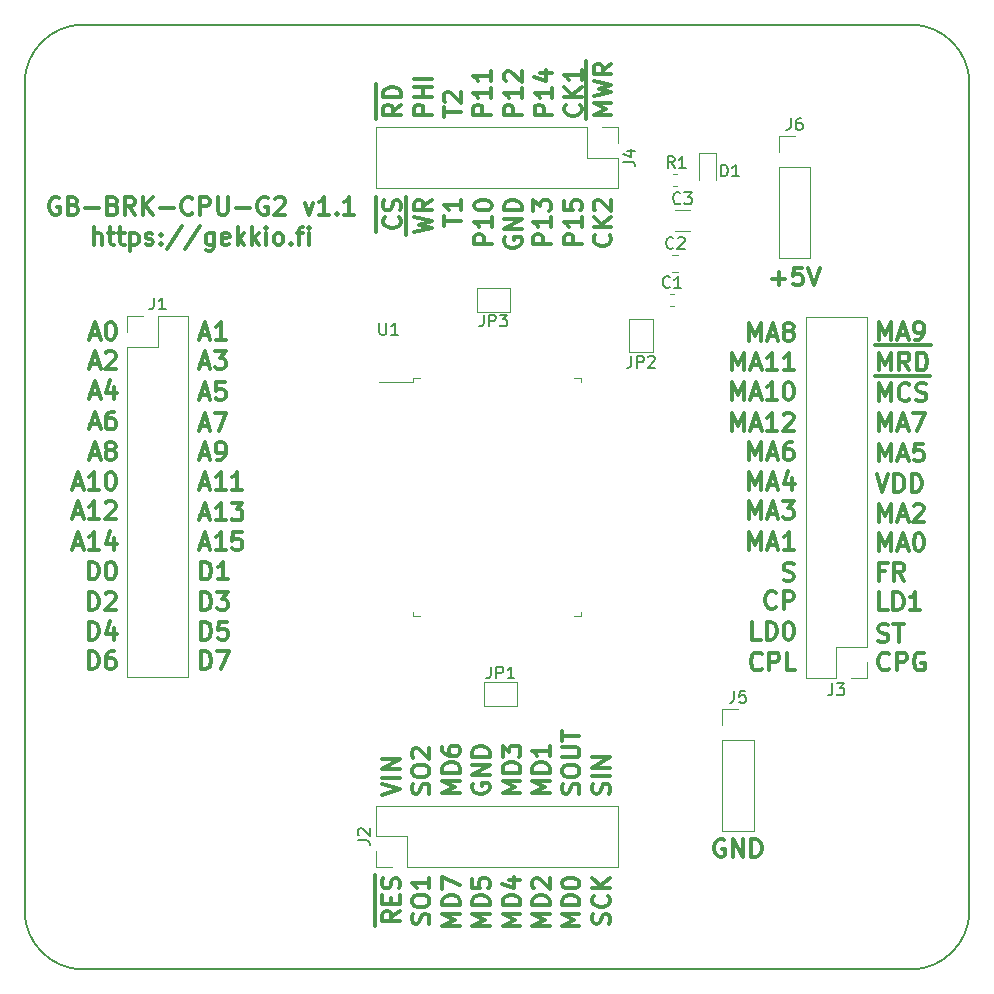
<source format=gbr>
G04 #@! TF.GenerationSoftware,KiCad,Pcbnew,5.1.5-52549c5~84~ubuntu19.10.1*
G04 #@! TF.CreationDate,2020-02-14T19:10:30+02:00*
G04 #@! TF.ProjectId,GB-BRK-CPU-G2,47422d42-524b-42d4-9350-552d47322e6b,v1.1*
G04 #@! TF.SameCoordinates,Original*
G04 #@! TF.FileFunction,Legend,Top*
G04 #@! TF.FilePolarity,Positive*
%FSLAX46Y46*%
G04 Gerber Fmt 4.6, Leading zero omitted, Abs format (unit mm)*
G04 Created by KiCad (PCBNEW 5.1.5-52549c5~84~ubuntu19.10.1) date 2020-02-14 19:10:30*
%MOMM*%
%LPD*%
G04 APERTURE LIST*
%ADD10C,0.150000*%
%ADD11C,0.300000*%
%ADD12C,0.120000*%
G04 APERTURE END LIST*
D10*
X140000000Y-135000000D02*
G75*
G02X135000000Y-140000000I-5000000J0D01*
G01*
X65000000Y-140000000D02*
G75*
G02X60000000Y-135000000I0J5000000D01*
G01*
X60000000Y-65000000D02*
G75*
G02X65000000Y-60000000I5000000J0D01*
G01*
X135000000Y-60000000D02*
G75*
G02X140000000Y-65000000I0J-5000000D01*
G01*
D11*
X123271428Y-81507142D02*
X124414285Y-81507142D01*
X123842857Y-82078571D02*
X123842857Y-80935714D01*
X125842857Y-80578571D02*
X125128571Y-80578571D01*
X125057142Y-81292857D01*
X125128571Y-81221428D01*
X125271428Y-81150000D01*
X125628571Y-81150000D01*
X125771428Y-81221428D01*
X125842857Y-81292857D01*
X125914285Y-81435714D01*
X125914285Y-81792857D01*
X125842857Y-81935714D01*
X125771428Y-82007142D01*
X125628571Y-82078571D01*
X125271428Y-82078571D01*
X125128571Y-82007142D01*
X125057142Y-81935714D01*
X126342857Y-80578571D02*
X126842857Y-82078571D01*
X127342857Y-80578571D01*
X121333571Y-86778571D02*
X121333571Y-85278571D01*
X121833571Y-86350000D01*
X122333571Y-85278571D01*
X122333571Y-86778571D01*
X122976428Y-86350000D02*
X123690714Y-86350000D01*
X122833571Y-86778571D02*
X123333571Y-85278571D01*
X123833571Y-86778571D01*
X124547857Y-85921428D02*
X124405000Y-85850000D01*
X124333571Y-85778571D01*
X124262142Y-85635714D01*
X124262142Y-85564285D01*
X124333571Y-85421428D01*
X124405000Y-85350000D01*
X124547857Y-85278571D01*
X124833571Y-85278571D01*
X124976428Y-85350000D01*
X125047857Y-85421428D01*
X125119285Y-85564285D01*
X125119285Y-85635714D01*
X125047857Y-85778571D01*
X124976428Y-85850000D01*
X124833571Y-85921428D01*
X124547857Y-85921428D01*
X124405000Y-85992857D01*
X124333571Y-86064285D01*
X124262142Y-86207142D01*
X124262142Y-86492857D01*
X124333571Y-86635714D01*
X124405000Y-86707142D01*
X124547857Y-86778571D01*
X124833571Y-86778571D01*
X124976428Y-86707142D01*
X125047857Y-86635714D01*
X125119285Y-86492857D01*
X125119285Y-86207142D01*
X125047857Y-86064285D01*
X124976428Y-85992857D01*
X124833571Y-85921428D01*
X119905000Y-89278571D02*
X119905000Y-87778571D01*
X120405000Y-88850000D01*
X120905000Y-87778571D01*
X120905000Y-89278571D01*
X121547857Y-88850000D02*
X122262142Y-88850000D01*
X121405000Y-89278571D02*
X121905000Y-87778571D01*
X122405000Y-89278571D01*
X123690714Y-89278571D02*
X122833571Y-89278571D01*
X123262142Y-89278571D02*
X123262142Y-87778571D01*
X123119285Y-87992857D01*
X122976428Y-88135714D01*
X122833571Y-88207142D01*
X125119285Y-89278571D02*
X124262142Y-89278571D01*
X124690714Y-89278571D02*
X124690714Y-87778571D01*
X124547857Y-87992857D01*
X124405000Y-88135714D01*
X124262142Y-88207142D01*
X132352142Y-86678571D02*
X132352142Y-85178571D01*
X132852142Y-86250000D01*
X133352142Y-85178571D01*
X133352142Y-86678571D01*
X133995000Y-86250000D02*
X134709285Y-86250000D01*
X133852142Y-86678571D02*
X134352142Y-85178571D01*
X134852142Y-86678571D01*
X135423571Y-86678571D02*
X135709285Y-86678571D01*
X135852142Y-86607142D01*
X135923571Y-86535714D01*
X136066428Y-86321428D01*
X136137857Y-86035714D01*
X136137857Y-85464285D01*
X136066428Y-85321428D01*
X135995000Y-85250000D01*
X135852142Y-85178571D01*
X135566428Y-85178571D01*
X135423571Y-85250000D01*
X135352142Y-85321428D01*
X135280714Y-85464285D01*
X135280714Y-85821428D01*
X135352142Y-85964285D01*
X135423571Y-86035714D01*
X135566428Y-86107142D01*
X135852142Y-86107142D01*
X135995000Y-86035714D01*
X136066428Y-85964285D01*
X136137857Y-85821428D01*
X131995000Y-87130000D02*
X133709285Y-87130000D01*
X132352142Y-89278571D02*
X132352142Y-87778571D01*
X132852142Y-88850000D01*
X133352142Y-87778571D01*
X133352142Y-89278571D01*
X133709285Y-87130000D02*
X135209285Y-87130000D01*
X134923571Y-89278571D02*
X134423571Y-88564285D01*
X134066428Y-89278571D02*
X134066428Y-87778571D01*
X134637857Y-87778571D01*
X134780714Y-87850000D01*
X134852142Y-87921428D01*
X134923571Y-88064285D01*
X134923571Y-88278571D01*
X134852142Y-88421428D01*
X134780714Y-88492857D01*
X134637857Y-88564285D01*
X134066428Y-88564285D01*
X135209285Y-87130000D02*
X136709285Y-87130000D01*
X135566428Y-89278571D02*
X135566428Y-87778571D01*
X135923571Y-87778571D01*
X136137857Y-87850000D01*
X136280714Y-87992857D01*
X136352142Y-88135714D01*
X136423571Y-88421428D01*
X136423571Y-88635714D01*
X136352142Y-88921428D01*
X136280714Y-89064285D01*
X136137857Y-89207142D01*
X135923571Y-89278571D01*
X135566428Y-89278571D01*
X74952142Y-114578571D02*
X74952142Y-113078571D01*
X75309285Y-113078571D01*
X75523571Y-113150000D01*
X75666428Y-113292857D01*
X75737857Y-113435714D01*
X75809285Y-113721428D01*
X75809285Y-113935714D01*
X75737857Y-114221428D01*
X75666428Y-114364285D01*
X75523571Y-114507142D01*
X75309285Y-114578571D01*
X74952142Y-114578571D01*
X76309285Y-113078571D02*
X77309285Y-113078571D01*
X76666428Y-114578571D01*
X74952142Y-112078571D02*
X74952142Y-110578571D01*
X75309285Y-110578571D01*
X75523571Y-110650000D01*
X75666428Y-110792857D01*
X75737857Y-110935714D01*
X75809285Y-111221428D01*
X75809285Y-111435714D01*
X75737857Y-111721428D01*
X75666428Y-111864285D01*
X75523571Y-112007142D01*
X75309285Y-112078571D01*
X74952142Y-112078571D01*
X77166428Y-110578571D02*
X76452142Y-110578571D01*
X76380714Y-111292857D01*
X76452142Y-111221428D01*
X76595000Y-111150000D01*
X76952142Y-111150000D01*
X77095000Y-111221428D01*
X77166428Y-111292857D01*
X77237857Y-111435714D01*
X77237857Y-111792857D01*
X77166428Y-111935714D01*
X77095000Y-112007142D01*
X76952142Y-112078571D01*
X76595000Y-112078571D01*
X76452142Y-112007142D01*
X76380714Y-111935714D01*
X65433571Y-114578571D02*
X65433571Y-113078571D01*
X65790714Y-113078571D01*
X66005000Y-113150000D01*
X66147857Y-113292857D01*
X66219285Y-113435714D01*
X66290714Y-113721428D01*
X66290714Y-113935714D01*
X66219285Y-114221428D01*
X66147857Y-114364285D01*
X66005000Y-114507142D01*
X65790714Y-114578571D01*
X65433571Y-114578571D01*
X67576428Y-113078571D02*
X67290714Y-113078571D01*
X67147857Y-113150000D01*
X67076428Y-113221428D01*
X66933571Y-113435714D01*
X66862142Y-113721428D01*
X66862142Y-114292857D01*
X66933571Y-114435714D01*
X67005000Y-114507142D01*
X67147857Y-114578571D01*
X67433571Y-114578571D01*
X67576428Y-114507142D01*
X67647857Y-114435714D01*
X67719285Y-114292857D01*
X67719285Y-113935714D01*
X67647857Y-113792857D01*
X67576428Y-113721428D01*
X67433571Y-113650000D01*
X67147857Y-113650000D01*
X67005000Y-113721428D01*
X66933571Y-113792857D01*
X66862142Y-113935714D01*
X65433571Y-112078571D02*
X65433571Y-110578571D01*
X65790714Y-110578571D01*
X66005000Y-110650000D01*
X66147857Y-110792857D01*
X66219285Y-110935714D01*
X66290714Y-111221428D01*
X66290714Y-111435714D01*
X66219285Y-111721428D01*
X66147857Y-111864285D01*
X66005000Y-112007142D01*
X65790714Y-112078571D01*
X65433571Y-112078571D01*
X67576428Y-111078571D02*
X67576428Y-112078571D01*
X67219285Y-110507142D02*
X66862142Y-111578571D01*
X67790714Y-111578571D01*
X62928571Y-74675000D02*
X62785714Y-74603571D01*
X62571428Y-74603571D01*
X62357142Y-74675000D01*
X62214285Y-74817857D01*
X62142857Y-74960714D01*
X62071428Y-75246428D01*
X62071428Y-75460714D01*
X62142857Y-75746428D01*
X62214285Y-75889285D01*
X62357142Y-76032142D01*
X62571428Y-76103571D01*
X62714285Y-76103571D01*
X62928571Y-76032142D01*
X63000000Y-75960714D01*
X63000000Y-75460714D01*
X62714285Y-75460714D01*
X64142857Y-75317857D02*
X64357142Y-75389285D01*
X64428571Y-75460714D01*
X64500000Y-75603571D01*
X64500000Y-75817857D01*
X64428571Y-75960714D01*
X64357142Y-76032142D01*
X64214285Y-76103571D01*
X63642857Y-76103571D01*
X63642857Y-74603571D01*
X64142857Y-74603571D01*
X64285714Y-74675000D01*
X64357142Y-74746428D01*
X64428571Y-74889285D01*
X64428571Y-75032142D01*
X64357142Y-75175000D01*
X64285714Y-75246428D01*
X64142857Y-75317857D01*
X63642857Y-75317857D01*
X65142857Y-75532142D02*
X66285714Y-75532142D01*
X67500000Y-75317857D02*
X67714285Y-75389285D01*
X67785714Y-75460714D01*
X67857142Y-75603571D01*
X67857142Y-75817857D01*
X67785714Y-75960714D01*
X67714285Y-76032142D01*
X67571428Y-76103571D01*
X67000000Y-76103571D01*
X67000000Y-74603571D01*
X67500000Y-74603571D01*
X67642857Y-74675000D01*
X67714285Y-74746428D01*
X67785714Y-74889285D01*
X67785714Y-75032142D01*
X67714285Y-75175000D01*
X67642857Y-75246428D01*
X67500000Y-75317857D01*
X67000000Y-75317857D01*
X69357142Y-76103571D02*
X68857142Y-75389285D01*
X68500000Y-76103571D02*
X68500000Y-74603571D01*
X69071428Y-74603571D01*
X69214285Y-74675000D01*
X69285714Y-74746428D01*
X69357142Y-74889285D01*
X69357142Y-75103571D01*
X69285714Y-75246428D01*
X69214285Y-75317857D01*
X69071428Y-75389285D01*
X68500000Y-75389285D01*
X70000000Y-76103571D02*
X70000000Y-74603571D01*
X70857142Y-76103571D02*
X70214285Y-75246428D01*
X70857142Y-74603571D02*
X70000000Y-75460714D01*
X71500000Y-75532142D02*
X72642857Y-75532142D01*
X74214285Y-75960714D02*
X74142857Y-76032142D01*
X73928571Y-76103571D01*
X73785714Y-76103571D01*
X73571428Y-76032142D01*
X73428571Y-75889285D01*
X73357142Y-75746428D01*
X73285714Y-75460714D01*
X73285714Y-75246428D01*
X73357142Y-74960714D01*
X73428571Y-74817857D01*
X73571428Y-74675000D01*
X73785714Y-74603571D01*
X73928571Y-74603571D01*
X74142857Y-74675000D01*
X74214285Y-74746428D01*
X74857142Y-76103571D02*
X74857142Y-74603571D01*
X75428571Y-74603571D01*
X75571428Y-74675000D01*
X75642857Y-74746428D01*
X75714285Y-74889285D01*
X75714285Y-75103571D01*
X75642857Y-75246428D01*
X75571428Y-75317857D01*
X75428571Y-75389285D01*
X74857142Y-75389285D01*
X76357142Y-74603571D02*
X76357142Y-75817857D01*
X76428571Y-75960714D01*
X76500000Y-76032142D01*
X76642857Y-76103571D01*
X76928571Y-76103571D01*
X77071428Y-76032142D01*
X77142857Y-75960714D01*
X77214285Y-75817857D01*
X77214285Y-74603571D01*
X77928571Y-75532142D02*
X79071428Y-75532142D01*
X80571428Y-74675000D02*
X80428571Y-74603571D01*
X80214285Y-74603571D01*
X80000000Y-74675000D01*
X79857142Y-74817857D01*
X79785714Y-74960714D01*
X79714285Y-75246428D01*
X79714285Y-75460714D01*
X79785714Y-75746428D01*
X79857142Y-75889285D01*
X80000000Y-76032142D01*
X80214285Y-76103571D01*
X80357142Y-76103571D01*
X80571428Y-76032142D01*
X80642857Y-75960714D01*
X80642857Y-75460714D01*
X80357142Y-75460714D01*
X81214285Y-74746428D02*
X81285714Y-74675000D01*
X81428571Y-74603571D01*
X81785714Y-74603571D01*
X81928571Y-74675000D01*
X82000000Y-74746428D01*
X82071428Y-74889285D01*
X82071428Y-75032142D01*
X82000000Y-75246428D01*
X81142857Y-76103571D01*
X82071428Y-76103571D01*
X83714285Y-75103571D02*
X84071428Y-76103571D01*
X84428571Y-75103571D01*
X85785714Y-76103571D02*
X84928571Y-76103571D01*
X85357142Y-76103571D02*
X85357142Y-74603571D01*
X85214285Y-74817857D01*
X85071428Y-74960714D01*
X84928571Y-75032142D01*
X86428571Y-75960714D02*
X86500000Y-76032142D01*
X86428571Y-76103571D01*
X86357142Y-76032142D01*
X86428571Y-75960714D01*
X86428571Y-76103571D01*
X87928571Y-76103571D02*
X87071428Y-76103571D01*
X87500000Y-76103571D02*
X87500000Y-74603571D01*
X87357142Y-74817857D01*
X87214285Y-74960714D01*
X87071428Y-75032142D01*
X65892857Y-78653571D02*
X65892857Y-77153571D01*
X66535714Y-78653571D02*
X66535714Y-77867857D01*
X66464285Y-77725000D01*
X66321428Y-77653571D01*
X66107142Y-77653571D01*
X65964285Y-77725000D01*
X65892857Y-77796428D01*
X67035714Y-77653571D02*
X67607142Y-77653571D01*
X67250000Y-77153571D02*
X67250000Y-78439285D01*
X67321428Y-78582142D01*
X67464285Y-78653571D01*
X67607142Y-78653571D01*
X67892857Y-77653571D02*
X68464285Y-77653571D01*
X68107142Y-77153571D02*
X68107142Y-78439285D01*
X68178571Y-78582142D01*
X68321428Y-78653571D01*
X68464285Y-78653571D01*
X68964285Y-77653571D02*
X68964285Y-79153571D01*
X68964285Y-77725000D02*
X69107142Y-77653571D01*
X69392857Y-77653571D01*
X69535714Y-77725000D01*
X69607142Y-77796428D01*
X69678571Y-77939285D01*
X69678571Y-78367857D01*
X69607142Y-78510714D01*
X69535714Y-78582142D01*
X69392857Y-78653571D01*
X69107142Y-78653571D01*
X68964285Y-78582142D01*
X70250000Y-78582142D02*
X70392857Y-78653571D01*
X70678571Y-78653571D01*
X70821428Y-78582142D01*
X70892857Y-78439285D01*
X70892857Y-78367857D01*
X70821428Y-78225000D01*
X70678571Y-78153571D01*
X70464285Y-78153571D01*
X70321428Y-78082142D01*
X70250000Y-77939285D01*
X70250000Y-77867857D01*
X70321428Y-77725000D01*
X70464285Y-77653571D01*
X70678571Y-77653571D01*
X70821428Y-77725000D01*
X71535714Y-78510714D02*
X71607142Y-78582142D01*
X71535714Y-78653571D01*
X71464285Y-78582142D01*
X71535714Y-78510714D01*
X71535714Y-78653571D01*
X71535714Y-77725000D02*
X71607142Y-77796428D01*
X71535714Y-77867857D01*
X71464285Y-77796428D01*
X71535714Y-77725000D01*
X71535714Y-77867857D01*
X73321428Y-77082142D02*
X72035714Y-79010714D01*
X74892857Y-77082142D02*
X73607142Y-79010714D01*
X76035714Y-77653571D02*
X76035714Y-78867857D01*
X75964285Y-79010714D01*
X75892857Y-79082142D01*
X75750000Y-79153571D01*
X75535714Y-79153571D01*
X75392857Y-79082142D01*
X76035714Y-78582142D02*
X75892857Y-78653571D01*
X75607142Y-78653571D01*
X75464285Y-78582142D01*
X75392857Y-78510714D01*
X75321428Y-78367857D01*
X75321428Y-77939285D01*
X75392857Y-77796428D01*
X75464285Y-77725000D01*
X75607142Y-77653571D01*
X75892857Y-77653571D01*
X76035714Y-77725000D01*
X77321428Y-78582142D02*
X77178571Y-78653571D01*
X76892857Y-78653571D01*
X76750000Y-78582142D01*
X76678571Y-78439285D01*
X76678571Y-77867857D01*
X76750000Y-77725000D01*
X76892857Y-77653571D01*
X77178571Y-77653571D01*
X77321428Y-77725000D01*
X77392857Y-77867857D01*
X77392857Y-78010714D01*
X76678571Y-78153571D01*
X78035714Y-78653571D02*
X78035714Y-77153571D01*
X78178571Y-78082142D02*
X78607142Y-78653571D01*
X78607142Y-77653571D02*
X78035714Y-78225000D01*
X79250000Y-78653571D02*
X79250000Y-77153571D01*
X79392857Y-78082142D02*
X79821428Y-78653571D01*
X79821428Y-77653571D02*
X79250000Y-78225000D01*
X80464285Y-78653571D02*
X80464285Y-77653571D01*
X80464285Y-77153571D02*
X80392857Y-77225000D01*
X80464285Y-77296428D01*
X80535714Y-77225000D01*
X80464285Y-77153571D01*
X80464285Y-77296428D01*
X81392857Y-78653571D02*
X81250000Y-78582142D01*
X81178571Y-78510714D01*
X81107142Y-78367857D01*
X81107142Y-77939285D01*
X81178571Y-77796428D01*
X81250000Y-77725000D01*
X81392857Y-77653571D01*
X81607142Y-77653571D01*
X81750000Y-77725000D01*
X81821428Y-77796428D01*
X81892857Y-77939285D01*
X81892857Y-78367857D01*
X81821428Y-78510714D01*
X81750000Y-78582142D01*
X81607142Y-78653571D01*
X81392857Y-78653571D01*
X82535714Y-78510714D02*
X82607142Y-78582142D01*
X82535714Y-78653571D01*
X82464285Y-78582142D01*
X82535714Y-78510714D01*
X82535714Y-78653571D01*
X83035714Y-77653571D02*
X83607142Y-77653571D01*
X83250000Y-78653571D02*
X83250000Y-77367857D01*
X83321428Y-77225000D01*
X83464285Y-77153571D01*
X83607142Y-77153571D01*
X84107142Y-78653571D02*
X84107142Y-77653571D01*
X84107142Y-77153571D02*
X84035714Y-77225000D01*
X84107142Y-77296428D01*
X84178571Y-77225000D01*
X84107142Y-77153571D01*
X84107142Y-77296428D01*
X119257142Y-129050000D02*
X119114285Y-128978571D01*
X118900000Y-128978571D01*
X118685714Y-129050000D01*
X118542857Y-129192857D01*
X118471428Y-129335714D01*
X118400000Y-129621428D01*
X118400000Y-129835714D01*
X118471428Y-130121428D01*
X118542857Y-130264285D01*
X118685714Y-130407142D01*
X118900000Y-130478571D01*
X119042857Y-130478571D01*
X119257142Y-130407142D01*
X119328571Y-130335714D01*
X119328571Y-129835714D01*
X119042857Y-129835714D01*
X119971428Y-130478571D02*
X119971428Y-128978571D01*
X120828571Y-130478571D01*
X120828571Y-128978571D01*
X121542857Y-130478571D02*
X121542857Y-128978571D01*
X121900000Y-128978571D01*
X122114285Y-129050000D01*
X122257142Y-129192857D01*
X122328571Y-129335714D01*
X122400000Y-129621428D01*
X122400000Y-129835714D01*
X122328571Y-130121428D01*
X122257142Y-130264285D01*
X122114285Y-130407142D01*
X121900000Y-130478571D01*
X121542857Y-130478571D01*
X89730000Y-77523571D02*
X89730000Y-76023571D01*
X91735714Y-76309285D02*
X91807142Y-76380714D01*
X91878571Y-76595000D01*
X91878571Y-76737857D01*
X91807142Y-76952142D01*
X91664285Y-77095000D01*
X91521428Y-77166428D01*
X91235714Y-77237857D01*
X91021428Y-77237857D01*
X90735714Y-77166428D01*
X90592857Y-77095000D01*
X90450000Y-76952142D01*
X90378571Y-76737857D01*
X90378571Y-76595000D01*
X90450000Y-76380714D01*
X90521428Y-76309285D01*
X89730000Y-76023571D02*
X89730000Y-74595000D01*
X91807142Y-75737857D02*
X91878571Y-75523571D01*
X91878571Y-75166428D01*
X91807142Y-75023571D01*
X91735714Y-74952142D01*
X91592857Y-74880714D01*
X91450000Y-74880714D01*
X91307142Y-74952142D01*
X91235714Y-75023571D01*
X91164285Y-75166428D01*
X91092857Y-75452142D01*
X91021428Y-75595000D01*
X90950000Y-75666428D01*
X90807142Y-75737857D01*
X90664285Y-75737857D01*
X90521428Y-75666428D01*
X90450000Y-75595000D01*
X90378571Y-75452142D01*
X90378571Y-75095000D01*
X90450000Y-74880714D01*
X92330000Y-77809285D02*
X92330000Y-76095000D01*
X92978571Y-77595000D02*
X94478571Y-77237857D01*
X93407142Y-76952142D01*
X94478571Y-76666428D01*
X92978571Y-76309285D01*
X92330000Y-76095000D02*
X92330000Y-74595000D01*
X94478571Y-74880714D02*
X93764285Y-75380714D01*
X94478571Y-75737857D02*
X92978571Y-75737857D01*
X92978571Y-75166428D01*
X93050000Y-75023571D01*
X93121428Y-74952142D01*
X93264285Y-74880714D01*
X93478571Y-74880714D01*
X93621428Y-74952142D01*
X93692857Y-75023571D01*
X93764285Y-75166428D01*
X93764285Y-75737857D01*
X95478571Y-77023571D02*
X95478571Y-76166428D01*
X96978571Y-76595000D02*
X95478571Y-76595000D01*
X96978571Y-74880714D02*
X96978571Y-75737857D01*
X96978571Y-75309285D02*
X95478571Y-75309285D01*
X95692857Y-75452142D01*
X95835714Y-75595000D01*
X95907142Y-75737857D01*
X99578571Y-78595000D02*
X98078571Y-78595000D01*
X98078571Y-78023571D01*
X98150000Y-77880714D01*
X98221428Y-77809285D01*
X98364285Y-77737857D01*
X98578571Y-77737857D01*
X98721428Y-77809285D01*
X98792857Y-77880714D01*
X98864285Y-78023571D01*
X98864285Y-78595000D01*
X99578571Y-76309285D02*
X99578571Y-77166428D01*
X99578571Y-76737857D02*
X98078571Y-76737857D01*
X98292857Y-76880714D01*
X98435714Y-77023571D01*
X98507142Y-77166428D01*
X98078571Y-75380714D02*
X98078571Y-75237857D01*
X98150000Y-75095000D01*
X98221428Y-75023571D01*
X98364285Y-74952142D01*
X98650000Y-74880714D01*
X99007142Y-74880714D01*
X99292857Y-74952142D01*
X99435714Y-75023571D01*
X99507142Y-75095000D01*
X99578571Y-75237857D01*
X99578571Y-75380714D01*
X99507142Y-75523571D01*
X99435714Y-75595000D01*
X99292857Y-75666428D01*
X99007142Y-75737857D01*
X98650000Y-75737857D01*
X98364285Y-75666428D01*
X98221428Y-75595000D01*
X98150000Y-75523571D01*
X98078571Y-75380714D01*
X100650000Y-78023571D02*
X100578571Y-78166428D01*
X100578571Y-78380714D01*
X100650000Y-78595000D01*
X100792857Y-78737857D01*
X100935714Y-78809285D01*
X101221428Y-78880714D01*
X101435714Y-78880714D01*
X101721428Y-78809285D01*
X101864285Y-78737857D01*
X102007142Y-78595000D01*
X102078571Y-78380714D01*
X102078571Y-78237857D01*
X102007142Y-78023571D01*
X101935714Y-77952142D01*
X101435714Y-77952142D01*
X101435714Y-78237857D01*
X102078571Y-77309285D02*
X100578571Y-77309285D01*
X102078571Y-76452142D01*
X100578571Y-76452142D01*
X102078571Y-75737857D02*
X100578571Y-75737857D01*
X100578571Y-75380714D01*
X100650000Y-75166428D01*
X100792857Y-75023571D01*
X100935714Y-74952142D01*
X101221428Y-74880714D01*
X101435714Y-74880714D01*
X101721428Y-74952142D01*
X101864285Y-75023571D01*
X102007142Y-75166428D01*
X102078571Y-75380714D01*
X102078571Y-75737857D01*
X104578571Y-78595000D02*
X103078571Y-78595000D01*
X103078571Y-78023571D01*
X103150000Y-77880714D01*
X103221428Y-77809285D01*
X103364285Y-77737857D01*
X103578571Y-77737857D01*
X103721428Y-77809285D01*
X103792857Y-77880714D01*
X103864285Y-78023571D01*
X103864285Y-78595000D01*
X104578571Y-76309285D02*
X104578571Y-77166428D01*
X104578571Y-76737857D02*
X103078571Y-76737857D01*
X103292857Y-76880714D01*
X103435714Y-77023571D01*
X103507142Y-77166428D01*
X103078571Y-75809285D02*
X103078571Y-74880714D01*
X103650000Y-75380714D01*
X103650000Y-75166428D01*
X103721428Y-75023571D01*
X103792857Y-74952142D01*
X103935714Y-74880714D01*
X104292857Y-74880714D01*
X104435714Y-74952142D01*
X104507142Y-75023571D01*
X104578571Y-75166428D01*
X104578571Y-75595000D01*
X104507142Y-75737857D01*
X104435714Y-75809285D01*
X107178571Y-78595000D02*
X105678571Y-78595000D01*
X105678571Y-78023571D01*
X105750000Y-77880714D01*
X105821428Y-77809285D01*
X105964285Y-77737857D01*
X106178571Y-77737857D01*
X106321428Y-77809285D01*
X106392857Y-77880714D01*
X106464285Y-78023571D01*
X106464285Y-78595000D01*
X107178571Y-76309285D02*
X107178571Y-77166428D01*
X107178571Y-76737857D02*
X105678571Y-76737857D01*
X105892857Y-76880714D01*
X106035714Y-77023571D01*
X106107142Y-77166428D01*
X105678571Y-74952142D02*
X105678571Y-75666428D01*
X106392857Y-75737857D01*
X106321428Y-75666428D01*
X106250000Y-75523571D01*
X106250000Y-75166428D01*
X106321428Y-75023571D01*
X106392857Y-74952142D01*
X106535714Y-74880714D01*
X106892857Y-74880714D01*
X107035714Y-74952142D01*
X107107142Y-75023571D01*
X107178571Y-75166428D01*
X107178571Y-75523571D01*
X107107142Y-75666428D01*
X107035714Y-75737857D01*
X109535714Y-77809285D02*
X109607142Y-77880714D01*
X109678571Y-78095000D01*
X109678571Y-78237857D01*
X109607142Y-78452142D01*
X109464285Y-78595000D01*
X109321428Y-78666428D01*
X109035714Y-78737857D01*
X108821428Y-78737857D01*
X108535714Y-78666428D01*
X108392857Y-78595000D01*
X108250000Y-78452142D01*
X108178571Y-78237857D01*
X108178571Y-78095000D01*
X108250000Y-77880714D01*
X108321428Y-77809285D01*
X109678571Y-77166428D02*
X108178571Y-77166428D01*
X109678571Y-76309285D02*
X108821428Y-76952142D01*
X108178571Y-76309285D02*
X109035714Y-77166428D01*
X108321428Y-75737857D02*
X108250000Y-75666428D01*
X108178571Y-75523571D01*
X108178571Y-75166428D01*
X108250000Y-75023571D01*
X108321428Y-74952142D01*
X108464285Y-74880714D01*
X108607142Y-74880714D01*
X108821428Y-74952142D01*
X109678571Y-75809285D01*
X109678571Y-74880714D01*
X89730000Y-68005000D02*
X89730000Y-66505000D01*
X91878571Y-66790714D02*
X91164285Y-67290714D01*
X91878571Y-67647857D02*
X90378571Y-67647857D01*
X90378571Y-67076428D01*
X90450000Y-66933571D01*
X90521428Y-66862142D01*
X90664285Y-66790714D01*
X90878571Y-66790714D01*
X91021428Y-66862142D01*
X91092857Y-66933571D01*
X91164285Y-67076428D01*
X91164285Y-67647857D01*
X89730000Y-66505000D02*
X89730000Y-65005000D01*
X91878571Y-66147857D02*
X90378571Y-66147857D01*
X90378571Y-65790714D01*
X90450000Y-65576428D01*
X90592857Y-65433571D01*
X90735714Y-65362142D01*
X91021428Y-65290714D01*
X91235714Y-65290714D01*
X91521428Y-65362142D01*
X91664285Y-65433571D01*
X91807142Y-65576428D01*
X91878571Y-65790714D01*
X91878571Y-66147857D01*
X94478571Y-67647857D02*
X92978571Y-67647857D01*
X92978571Y-67076428D01*
X93050000Y-66933571D01*
X93121428Y-66862142D01*
X93264285Y-66790714D01*
X93478571Y-66790714D01*
X93621428Y-66862142D01*
X93692857Y-66933571D01*
X93764285Y-67076428D01*
X93764285Y-67647857D01*
X94478571Y-66147857D02*
X92978571Y-66147857D01*
X93692857Y-66147857D02*
X93692857Y-65290714D01*
X94478571Y-65290714D02*
X92978571Y-65290714D01*
X94478571Y-64576428D02*
X92978571Y-64576428D01*
X95478571Y-67862142D02*
X95478571Y-67005000D01*
X96978571Y-67433571D02*
X95478571Y-67433571D01*
X95621428Y-66576428D02*
X95550000Y-66505000D01*
X95478571Y-66362142D01*
X95478571Y-66005000D01*
X95550000Y-65862142D01*
X95621428Y-65790714D01*
X95764285Y-65719285D01*
X95907142Y-65719285D01*
X96121428Y-65790714D01*
X96978571Y-66647857D01*
X96978571Y-65719285D01*
X99478571Y-67647857D02*
X97978571Y-67647857D01*
X97978571Y-67076428D01*
X98050000Y-66933571D01*
X98121428Y-66862142D01*
X98264285Y-66790714D01*
X98478571Y-66790714D01*
X98621428Y-66862142D01*
X98692857Y-66933571D01*
X98764285Y-67076428D01*
X98764285Y-67647857D01*
X99478571Y-65362142D02*
X99478571Y-66219285D01*
X99478571Y-65790714D02*
X97978571Y-65790714D01*
X98192857Y-65933571D01*
X98335714Y-66076428D01*
X98407142Y-66219285D01*
X99478571Y-63933571D02*
X99478571Y-64790714D01*
X99478571Y-64362142D02*
X97978571Y-64362142D01*
X98192857Y-64505000D01*
X98335714Y-64647857D01*
X98407142Y-64790714D01*
X102078571Y-67647857D02*
X100578571Y-67647857D01*
X100578571Y-67076428D01*
X100650000Y-66933571D01*
X100721428Y-66862142D01*
X100864285Y-66790714D01*
X101078571Y-66790714D01*
X101221428Y-66862142D01*
X101292857Y-66933571D01*
X101364285Y-67076428D01*
X101364285Y-67647857D01*
X102078571Y-65362142D02*
X102078571Y-66219285D01*
X102078571Y-65790714D02*
X100578571Y-65790714D01*
X100792857Y-65933571D01*
X100935714Y-66076428D01*
X101007142Y-66219285D01*
X100721428Y-64790714D02*
X100650000Y-64719285D01*
X100578571Y-64576428D01*
X100578571Y-64219285D01*
X100650000Y-64076428D01*
X100721428Y-64005000D01*
X100864285Y-63933571D01*
X101007142Y-63933571D01*
X101221428Y-64005000D01*
X102078571Y-64862142D01*
X102078571Y-63933571D01*
X104678571Y-67647857D02*
X103178571Y-67647857D01*
X103178571Y-67076428D01*
X103250000Y-66933571D01*
X103321428Y-66862142D01*
X103464285Y-66790714D01*
X103678571Y-66790714D01*
X103821428Y-66862142D01*
X103892857Y-66933571D01*
X103964285Y-67076428D01*
X103964285Y-67647857D01*
X104678571Y-65362142D02*
X104678571Y-66219285D01*
X104678571Y-65790714D02*
X103178571Y-65790714D01*
X103392857Y-65933571D01*
X103535714Y-66076428D01*
X103607142Y-66219285D01*
X103678571Y-64076428D02*
X104678571Y-64076428D01*
X103107142Y-64433571D02*
X104178571Y-64790714D01*
X104178571Y-63862142D01*
X107035714Y-66790714D02*
X107107142Y-66862142D01*
X107178571Y-67076428D01*
X107178571Y-67219285D01*
X107107142Y-67433571D01*
X106964285Y-67576428D01*
X106821428Y-67647857D01*
X106535714Y-67719285D01*
X106321428Y-67719285D01*
X106035714Y-67647857D01*
X105892857Y-67576428D01*
X105750000Y-67433571D01*
X105678571Y-67219285D01*
X105678571Y-67076428D01*
X105750000Y-66862142D01*
X105821428Y-66790714D01*
X107178571Y-66147857D02*
X105678571Y-66147857D01*
X107178571Y-65290714D02*
X106321428Y-65933571D01*
X105678571Y-65290714D02*
X106535714Y-66147857D01*
X107178571Y-63862142D02*
X107178571Y-64719285D01*
X107178571Y-64290714D02*
X105678571Y-64290714D01*
X105892857Y-64433571D01*
X106035714Y-64576428D01*
X106107142Y-64719285D01*
X107530000Y-68005000D02*
X107530000Y-66290714D01*
X109678571Y-67647857D02*
X108178571Y-67647857D01*
X109250000Y-67147857D01*
X108178571Y-66647857D01*
X109678571Y-66647857D01*
X107530000Y-66290714D02*
X107530000Y-64576428D01*
X108178571Y-66076428D02*
X109678571Y-65719285D01*
X108607142Y-65433571D01*
X109678571Y-65147857D01*
X108178571Y-64790714D01*
X107530000Y-64576428D02*
X107530000Y-63076428D01*
X109678571Y-63362142D02*
X108964285Y-63862142D01*
X109678571Y-64219285D02*
X108178571Y-64219285D01*
X108178571Y-63647857D01*
X108250000Y-63505000D01*
X108321428Y-63433571D01*
X108464285Y-63362142D01*
X108678571Y-63362142D01*
X108821428Y-63433571D01*
X108892857Y-63505000D01*
X108964285Y-63647857D01*
X108964285Y-64219285D01*
X119905000Y-91778571D02*
X119905000Y-90278571D01*
X120405000Y-91350000D01*
X120905000Y-90278571D01*
X120905000Y-91778571D01*
X121547857Y-91350000D02*
X122262142Y-91350000D01*
X121405000Y-91778571D02*
X121905000Y-90278571D01*
X122405000Y-91778571D01*
X123690714Y-91778571D02*
X122833571Y-91778571D01*
X123262142Y-91778571D02*
X123262142Y-90278571D01*
X123119285Y-90492857D01*
X122976428Y-90635714D01*
X122833571Y-90707142D01*
X124619285Y-90278571D02*
X124762142Y-90278571D01*
X124905000Y-90350000D01*
X124976428Y-90421428D01*
X125047857Y-90564285D01*
X125119285Y-90850000D01*
X125119285Y-91207142D01*
X125047857Y-91492857D01*
X124976428Y-91635714D01*
X124905000Y-91707142D01*
X124762142Y-91778571D01*
X124619285Y-91778571D01*
X124476428Y-91707142D01*
X124405000Y-91635714D01*
X124333571Y-91492857D01*
X124262142Y-91207142D01*
X124262142Y-90850000D01*
X124333571Y-90564285D01*
X124405000Y-90421428D01*
X124476428Y-90350000D01*
X124619285Y-90278571D01*
X119905000Y-94378571D02*
X119905000Y-92878571D01*
X120405000Y-93950000D01*
X120905000Y-92878571D01*
X120905000Y-94378571D01*
X121547857Y-93950000D02*
X122262142Y-93950000D01*
X121405000Y-94378571D02*
X121905000Y-92878571D01*
X122405000Y-94378571D01*
X123690714Y-94378571D02*
X122833571Y-94378571D01*
X123262142Y-94378571D02*
X123262142Y-92878571D01*
X123119285Y-93092857D01*
X122976428Y-93235714D01*
X122833571Y-93307142D01*
X124262142Y-93021428D02*
X124333571Y-92950000D01*
X124476428Y-92878571D01*
X124833571Y-92878571D01*
X124976428Y-92950000D01*
X125047857Y-93021428D01*
X125119285Y-93164285D01*
X125119285Y-93307142D01*
X125047857Y-93521428D01*
X124190714Y-94378571D01*
X125119285Y-94378571D01*
X121333571Y-96878571D02*
X121333571Y-95378571D01*
X121833571Y-96450000D01*
X122333571Y-95378571D01*
X122333571Y-96878571D01*
X122976428Y-96450000D02*
X123690714Y-96450000D01*
X122833571Y-96878571D02*
X123333571Y-95378571D01*
X123833571Y-96878571D01*
X124976428Y-95378571D02*
X124690714Y-95378571D01*
X124547857Y-95450000D01*
X124476428Y-95521428D01*
X124333571Y-95735714D01*
X124262142Y-96021428D01*
X124262142Y-96592857D01*
X124333571Y-96735714D01*
X124405000Y-96807142D01*
X124547857Y-96878571D01*
X124833571Y-96878571D01*
X124976428Y-96807142D01*
X125047857Y-96735714D01*
X125119285Y-96592857D01*
X125119285Y-96235714D01*
X125047857Y-96092857D01*
X124976428Y-96021428D01*
X124833571Y-95950000D01*
X124547857Y-95950000D01*
X124405000Y-96021428D01*
X124333571Y-96092857D01*
X124262142Y-96235714D01*
X121333571Y-99378571D02*
X121333571Y-97878571D01*
X121833571Y-98950000D01*
X122333571Y-97878571D01*
X122333571Y-99378571D01*
X122976428Y-98950000D02*
X123690714Y-98950000D01*
X122833571Y-99378571D02*
X123333571Y-97878571D01*
X123833571Y-99378571D01*
X124976428Y-98378571D02*
X124976428Y-99378571D01*
X124619285Y-97807142D02*
X124262142Y-98878571D01*
X125190714Y-98878571D01*
X121333571Y-101878571D02*
X121333571Y-100378571D01*
X121833571Y-101450000D01*
X122333571Y-100378571D01*
X122333571Y-101878571D01*
X122976428Y-101450000D02*
X123690714Y-101450000D01*
X122833571Y-101878571D02*
X123333571Y-100378571D01*
X123833571Y-101878571D01*
X124190714Y-100378571D02*
X125119285Y-100378571D01*
X124619285Y-100950000D01*
X124833571Y-100950000D01*
X124976428Y-101021428D01*
X125047857Y-101092857D01*
X125119285Y-101235714D01*
X125119285Y-101592857D01*
X125047857Y-101735714D01*
X124976428Y-101807142D01*
X124833571Y-101878571D01*
X124405000Y-101878571D01*
X124262142Y-101807142D01*
X124190714Y-101735714D01*
X121333571Y-104478571D02*
X121333571Y-102978571D01*
X121833571Y-104050000D01*
X122333571Y-102978571D01*
X122333571Y-104478571D01*
X122976428Y-104050000D02*
X123690714Y-104050000D01*
X122833571Y-104478571D02*
X123333571Y-102978571D01*
X123833571Y-104478571D01*
X125119285Y-104478571D02*
X124262142Y-104478571D01*
X124690714Y-104478571D02*
X124690714Y-102978571D01*
X124547857Y-103192857D01*
X124405000Y-103335714D01*
X124262142Y-103407142D01*
X124262142Y-107007142D02*
X124476428Y-107078571D01*
X124833571Y-107078571D01*
X124976428Y-107007142D01*
X125047857Y-106935714D01*
X125119285Y-106792857D01*
X125119285Y-106650000D01*
X125047857Y-106507142D01*
X124976428Y-106435714D01*
X124833571Y-106364285D01*
X124547857Y-106292857D01*
X124405000Y-106221428D01*
X124333571Y-106150000D01*
X124262142Y-106007142D01*
X124262142Y-105864285D01*
X124333571Y-105721428D01*
X124405000Y-105650000D01*
X124547857Y-105578571D01*
X124905000Y-105578571D01*
X125119285Y-105650000D01*
X123619285Y-109335714D02*
X123547857Y-109407142D01*
X123333571Y-109478571D01*
X123190714Y-109478571D01*
X122976428Y-109407142D01*
X122833571Y-109264285D01*
X122762142Y-109121428D01*
X122690714Y-108835714D01*
X122690714Y-108621428D01*
X122762142Y-108335714D01*
X122833571Y-108192857D01*
X122976428Y-108050000D01*
X123190714Y-107978571D01*
X123333571Y-107978571D01*
X123547857Y-108050000D01*
X123619285Y-108121428D01*
X124262142Y-109478571D02*
X124262142Y-107978571D01*
X124833571Y-107978571D01*
X124976428Y-108050000D01*
X125047857Y-108121428D01*
X125119285Y-108264285D01*
X125119285Y-108478571D01*
X125047857Y-108621428D01*
X124976428Y-108692857D01*
X124833571Y-108764285D01*
X124262142Y-108764285D01*
X122333571Y-112078571D02*
X121619285Y-112078571D01*
X121619285Y-110578571D01*
X122833571Y-112078571D02*
X122833571Y-110578571D01*
X123190714Y-110578571D01*
X123405000Y-110650000D01*
X123547857Y-110792857D01*
X123619285Y-110935714D01*
X123690714Y-111221428D01*
X123690714Y-111435714D01*
X123619285Y-111721428D01*
X123547857Y-111864285D01*
X123405000Y-112007142D01*
X123190714Y-112078571D01*
X122833571Y-112078571D01*
X124619285Y-110578571D02*
X124762142Y-110578571D01*
X124905000Y-110650000D01*
X124976428Y-110721428D01*
X125047857Y-110864285D01*
X125119285Y-111150000D01*
X125119285Y-111507142D01*
X125047857Y-111792857D01*
X124976428Y-111935714D01*
X124905000Y-112007142D01*
X124762142Y-112078571D01*
X124619285Y-112078571D01*
X124476428Y-112007142D01*
X124405000Y-111935714D01*
X124333571Y-111792857D01*
X124262142Y-111507142D01*
X124262142Y-111150000D01*
X124333571Y-110864285D01*
X124405000Y-110721428D01*
X124476428Y-110650000D01*
X124619285Y-110578571D01*
X122405000Y-114535714D02*
X122333571Y-114607142D01*
X122119285Y-114678571D01*
X121976428Y-114678571D01*
X121762142Y-114607142D01*
X121619285Y-114464285D01*
X121547857Y-114321428D01*
X121476428Y-114035714D01*
X121476428Y-113821428D01*
X121547857Y-113535714D01*
X121619285Y-113392857D01*
X121762142Y-113250000D01*
X121976428Y-113178571D01*
X122119285Y-113178571D01*
X122333571Y-113250000D01*
X122405000Y-113321428D01*
X123047857Y-114678571D02*
X123047857Y-113178571D01*
X123619285Y-113178571D01*
X123762142Y-113250000D01*
X123833571Y-113321428D01*
X123905000Y-113464285D01*
X123905000Y-113678571D01*
X123833571Y-113821428D01*
X123762142Y-113892857D01*
X123619285Y-113964285D01*
X123047857Y-113964285D01*
X125262142Y-114678571D02*
X124547857Y-114678571D01*
X124547857Y-113178571D01*
X131995000Y-89730000D02*
X133709285Y-89730000D01*
X132352142Y-91878571D02*
X132352142Y-90378571D01*
X132852142Y-91450000D01*
X133352142Y-90378571D01*
X133352142Y-91878571D01*
X133709285Y-89730000D02*
X135209285Y-89730000D01*
X134923571Y-91735714D02*
X134852142Y-91807142D01*
X134637857Y-91878571D01*
X134495000Y-91878571D01*
X134280714Y-91807142D01*
X134137857Y-91664285D01*
X134066428Y-91521428D01*
X133995000Y-91235714D01*
X133995000Y-91021428D01*
X134066428Y-90735714D01*
X134137857Y-90592857D01*
X134280714Y-90450000D01*
X134495000Y-90378571D01*
X134637857Y-90378571D01*
X134852142Y-90450000D01*
X134923571Y-90521428D01*
X135209285Y-89730000D02*
X136637857Y-89730000D01*
X135495000Y-91807142D02*
X135709285Y-91878571D01*
X136066428Y-91878571D01*
X136209285Y-91807142D01*
X136280714Y-91735714D01*
X136352142Y-91592857D01*
X136352142Y-91450000D01*
X136280714Y-91307142D01*
X136209285Y-91235714D01*
X136066428Y-91164285D01*
X135780714Y-91092857D01*
X135637857Y-91021428D01*
X135566428Y-90950000D01*
X135495000Y-90807142D01*
X135495000Y-90664285D01*
X135566428Y-90521428D01*
X135637857Y-90450000D01*
X135780714Y-90378571D01*
X136137857Y-90378571D01*
X136352142Y-90450000D01*
X132352142Y-94378571D02*
X132352142Y-92878571D01*
X132852142Y-93950000D01*
X133352142Y-92878571D01*
X133352142Y-94378571D01*
X133995000Y-93950000D02*
X134709285Y-93950000D01*
X133852142Y-94378571D02*
X134352142Y-92878571D01*
X134852142Y-94378571D01*
X135209285Y-92878571D02*
X136209285Y-92878571D01*
X135566428Y-94378571D01*
X132352142Y-96978571D02*
X132352142Y-95478571D01*
X132852142Y-96550000D01*
X133352142Y-95478571D01*
X133352142Y-96978571D01*
X133995000Y-96550000D02*
X134709285Y-96550000D01*
X133852142Y-96978571D02*
X134352142Y-95478571D01*
X134852142Y-96978571D01*
X136066428Y-95478571D02*
X135352142Y-95478571D01*
X135280714Y-96192857D01*
X135352142Y-96121428D01*
X135495000Y-96050000D01*
X135852142Y-96050000D01*
X135995000Y-96121428D01*
X136066428Y-96192857D01*
X136137857Y-96335714D01*
X136137857Y-96692857D01*
X136066428Y-96835714D01*
X135995000Y-96907142D01*
X135852142Y-96978571D01*
X135495000Y-96978571D01*
X135352142Y-96907142D01*
X135280714Y-96835714D01*
X132137857Y-98078571D02*
X132637857Y-99578571D01*
X133137857Y-98078571D01*
X133637857Y-99578571D02*
X133637857Y-98078571D01*
X133995000Y-98078571D01*
X134209285Y-98150000D01*
X134352142Y-98292857D01*
X134423571Y-98435714D01*
X134495000Y-98721428D01*
X134495000Y-98935714D01*
X134423571Y-99221428D01*
X134352142Y-99364285D01*
X134209285Y-99507142D01*
X133995000Y-99578571D01*
X133637857Y-99578571D01*
X135137857Y-99578571D02*
X135137857Y-98078571D01*
X135495000Y-98078571D01*
X135709285Y-98150000D01*
X135852142Y-98292857D01*
X135923571Y-98435714D01*
X135995000Y-98721428D01*
X135995000Y-98935714D01*
X135923571Y-99221428D01*
X135852142Y-99364285D01*
X135709285Y-99507142D01*
X135495000Y-99578571D01*
X135137857Y-99578571D01*
X132352142Y-102078571D02*
X132352142Y-100578571D01*
X132852142Y-101650000D01*
X133352142Y-100578571D01*
X133352142Y-102078571D01*
X133995000Y-101650000D02*
X134709285Y-101650000D01*
X133852142Y-102078571D02*
X134352142Y-100578571D01*
X134852142Y-102078571D01*
X135280714Y-100721428D02*
X135352142Y-100650000D01*
X135495000Y-100578571D01*
X135852142Y-100578571D01*
X135995000Y-100650000D01*
X136066428Y-100721428D01*
X136137857Y-100864285D01*
X136137857Y-101007142D01*
X136066428Y-101221428D01*
X135209285Y-102078571D01*
X136137857Y-102078571D01*
X132352142Y-104578571D02*
X132352142Y-103078571D01*
X132852142Y-104150000D01*
X133352142Y-103078571D01*
X133352142Y-104578571D01*
X133995000Y-104150000D02*
X134709285Y-104150000D01*
X133852142Y-104578571D02*
X134352142Y-103078571D01*
X134852142Y-104578571D01*
X135637857Y-103078571D02*
X135780714Y-103078571D01*
X135923571Y-103150000D01*
X135995000Y-103221428D01*
X136066428Y-103364285D01*
X136137857Y-103650000D01*
X136137857Y-104007142D01*
X136066428Y-104292857D01*
X135995000Y-104435714D01*
X135923571Y-104507142D01*
X135780714Y-104578571D01*
X135637857Y-104578571D01*
X135495000Y-104507142D01*
X135423571Y-104435714D01*
X135352142Y-104292857D01*
X135280714Y-104007142D01*
X135280714Y-103650000D01*
X135352142Y-103364285D01*
X135423571Y-103221428D01*
X135495000Y-103150000D01*
X135637857Y-103078571D01*
X132852142Y-106292857D02*
X132352142Y-106292857D01*
X132352142Y-107078571D02*
X132352142Y-105578571D01*
X133066428Y-105578571D01*
X134495000Y-107078571D02*
X133995000Y-106364285D01*
X133637857Y-107078571D02*
X133637857Y-105578571D01*
X134209285Y-105578571D01*
X134352142Y-105650000D01*
X134423571Y-105721428D01*
X134495000Y-105864285D01*
X134495000Y-106078571D01*
X134423571Y-106221428D01*
X134352142Y-106292857D01*
X134209285Y-106364285D01*
X133637857Y-106364285D01*
X133066428Y-109578571D02*
X132352142Y-109578571D01*
X132352142Y-108078571D01*
X133566428Y-109578571D02*
X133566428Y-108078571D01*
X133923571Y-108078571D01*
X134137857Y-108150000D01*
X134280714Y-108292857D01*
X134352142Y-108435714D01*
X134423571Y-108721428D01*
X134423571Y-108935714D01*
X134352142Y-109221428D01*
X134280714Y-109364285D01*
X134137857Y-109507142D01*
X133923571Y-109578571D01*
X133566428Y-109578571D01*
X135852142Y-109578571D02*
X134995000Y-109578571D01*
X135423571Y-109578571D02*
X135423571Y-108078571D01*
X135280714Y-108292857D01*
X135137857Y-108435714D01*
X134995000Y-108507142D01*
X132280714Y-112207142D02*
X132495000Y-112278571D01*
X132852142Y-112278571D01*
X132995000Y-112207142D01*
X133066428Y-112135714D01*
X133137857Y-111992857D01*
X133137857Y-111850000D01*
X133066428Y-111707142D01*
X132995000Y-111635714D01*
X132852142Y-111564285D01*
X132566428Y-111492857D01*
X132423571Y-111421428D01*
X132352142Y-111350000D01*
X132280714Y-111207142D01*
X132280714Y-111064285D01*
X132352142Y-110921428D01*
X132423571Y-110850000D01*
X132566428Y-110778571D01*
X132923571Y-110778571D01*
X133137857Y-110850000D01*
X133566428Y-110778571D02*
X134423571Y-110778571D01*
X133995000Y-112278571D02*
X133995000Y-110778571D01*
X133209285Y-114535714D02*
X133137857Y-114607142D01*
X132923571Y-114678571D01*
X132780714Y-114678571D01*
X132566428Y-114607142D01*
X132423571Y-114464285D01*
X132352142Y-114321428D01*
X132280714Y-114035714D01*
X132280714Y-113821428D01*
X132352142Y-113535714D01*
X132423571Y-113392857D01*
X132566428Y-113250000D01*
X132780714Y-113178571D01*
X132923571Y-113178571D01*
X133137857Y-113250000D01*
X133209285Y-113321428D01*
X133852142Y-114678571D02*
X133852142Y-113178571D01*
X134423571Y-113178571D01*
X134566428Y-113250000D01*
X134637857Y-113321428D01*
X134709285Y-113464285D01*
X134709285Y-113678571D01*
X134637857Y-113821428D01*
X134566428Y-113892857D01*
X134423571Y-113964285D01*
X133852142Y-113964285D01*
X136137857Y-113250000D02*
X135995000Y-113178571D01*
X135780714Y-113178571D01*
X135566428Y-113250000D01*
X135423571Y-113392857D01*
X135352142Y-113535714D01*
X135280714Y-113821428D01*
X135280714Y-114035714D01*
X135352142Y-114321428D01*
X135423571Y-114464285D01*
X135566428Y-114607142D01*
X135780714Y-114678571D01*
X135923571Y-114678571D01*
X136137857Y-114607142D01*
X136209285Y-114535714D01*
X136209285Y-114035714D01*
X135923571Y-114035714D01*
X109507142Y-136137857D02*
X109578571Y-135923571D01*
X109578571Y-135566428D01*
X109507142Y-135423571D01*
X109435714Y-135352142D01*
X109292857Y-135280714D01*
X109150000Y-135280714D01*
X109007142Y-135352142D01*
X108935714Y-135423571D01*
X108864285Y-135566428D01*
X108792857Y-135852142D01*
X108721428Y-135995000D01*
X108650000Y-136066428D01*
X108507142Y-136137857D01*
X108364285Y-136137857D01*
X108221428Y-136066428D01*
X108150000Y-135995000D01*
X108078571Y-135852142D01*
X108078571Y-135495000D01*
X108150000Y-135280714D01*
X109435714Y-133780714D02*
X109507142Y-133852142D01*
X109578571Y-134066428D01*
X109578571Y-134209285D01*
X109507142Y-134423571D01*
X109364285Y-134566428D01*
X109221428Y-134637857D01*
X108935714Y-134709285D01*
X108721428Y-134709285D01*
X108435714Y-134637857D01*
X108292857Y-134566428D01*
X108150000Y-134423571D01*
X108078571Y-134209285D01*
X108078571Y-134066428D01*
X108150000Y-133852142D01*
X108221428Y-133780714D01*
X109578571Y-133137857D02*
X108078571Y-133137857D01*
X109578571Y-132280714D02*
X108721428Y-132923571D01*
X108078571Y-132280714D02*
X108935714Y-133137857D01*
X106978571Y-136280714D02*
X105478571Y-136280714D01*
X106550000Y-135780714D01*
X105478571Y-135280714D01*
X106978571Y-135280714D01*
X106978571Y-134566428D02*
X105478571Y-134566428D01*
X105478571Y-134209285D01*
X105550000Y-133995000D01*
X105692857Y-133852142D01*
X105835714Y-133780714D01*
X106121428Y-133709285D01*
X106335714Y-133709285D01*
X106621428Y-133780714D01*
X106764285Y-133852142D01*
X106907142Y-133995000D01*
X106978571Y-134209285D01*
X106978571Y-134566428D01*
X105478571Y-132780714D02*
X105478571Y-132637857D01*
X105550000Y-132495000D01*
X105621428Y-132423571D01*
X105764285Y-132352142D01*
X106050000Y-132280714D01*
X106407142Y-132280714D01*
X106692857Y-132352142D01*
X106835714Y-132423571D01*
X106907142Y-132495000D01*
X106978571Y-132637857D01*
X106978571Y-132780714D01*
X106907142Y-132923571D01*
X106835714Y-132995000D01*
X106692857Y-133066428D01*
X106407142Y-133137857D01*
X106050000Y-133137857D01*
X105764285Y-133066428D01*
X105621428Y-132995000D01*
X105550000Y-132923571D01*
X105478571Y-132780714D01*
X104478571Y-136280714D02*
X102978571Y-136280714D01*
X104050000Y-135780714D01*
X102978571Y-135280714D01*
X104478571Y-135280714D01*
X104478571Y-134566428D02*
X102978571Y-134566428D01*
X102978571Y-134209285D01*
X103050000Y-133995000D01*
X103192857Y-133852142D01*
X103335714Y-133780714D01*
X103621428Y-133709285D01*
X103835714Y-133709285D01*
X104121428Y-133780714D01*
X104264285Y-133852142D01*
X104407142Y-133995000D01*
X104478571Y-134209285D01*
X104478571Y-134566428D01*
X103121428Y-133137857D02*
X103050000Y-133066428D01*
X102978571Y-132923571D01*
X102978571Y-132566428D01*
X103050000Y-132423571D01*
X103121428Y-132352142D01*
X103264285Y-132280714D01*
X103407142Y-132280714D01*
X103621428Y-132352142D01*
X104478571Y-133209285D01*
X104478571Y-132280714D01*
X109507142Y-125119285D02*
X109578571Y-124905000D01*
X109578571Y-124547857D01*
X109507142Y-124405000D01*
X109435714Y-124333571D01*
X109292857Y-124262142D01*
X109150000Y-124262142D01*
X109007142Y-124333571D01*
X108935714Y-124405000D01*
X108864285Y-124547857D01*
X108792857Y-124833571D01*
X108721428Y-124976428D01*
X108650000Y-125047857D01*
X108507142Y-125119285D01*
X108364285Y-125119285D01*
X108221428Y-125047857D01*
X108150000Y-124976428D01*
X108078571Y-124833571D01*
X108078571Y-124476428D01*
X108150000Y-124262142D01*
X109578571Y-123619285D02*
X108078571Y-123619285D01*
X109578571Y-122905000D02*
X108078571Y-122905000D01*
X109578571Y-122047857D01*
X108078571Y-122047857D01*
X106907142Y-125119285D02*
X106978571Y-124905000D01*
X106978571Y-124547857D01*
X106907142Y-124405000D01*
X106835714Y-124333571D01*
X106692857Y-124262142D01*
X106550000Y-124262142D01*
X106407142Y-124333571D01*
X106335714Y-124405000D01*
X106264285Y-124547857D01*
X106192857Y-124833571D01*
X106121428Y-124976428D01*
X106050000Y-125047857D01*
X105907142Y-125119285D01*
X105764285Y-125119285D01*
X105621428Y-125047857D01*
X105550000Y-124976428D01*
X105478571Y-124833571D01*
X105478571Y-124476428D01*
X105550000Y-124262142D01*
X105478571Y-123333571D02*
X105478571Y-123047857D01*
X105550000Y-122905000D01*
X105692857Y-122762142D01*
X105978571Y-122690714D01*
X106478571Y-122690714D01*
X106764285Y-122762142D01*
X106907142Y-122905000D01*
X106978571Y-123047857D01*
X106978571Y-123333571D01*
X106907142Y-123476428D01*
X106764285Y-123619285D01*
X106478571Y-123690714D01*
X105978571Y-123690714D01*
X105692857Y-123619285D01*
X105550000Y-123476428D01*
X105478571Y-123333571D01*
X105478571Y-122047857D02*
X106692857Y-122047857D01*
X106835714Y-121976428D01*
X106907142Y-121905000D01*
X106978571Y-121762142D01*
X106978571Y-121476428D01*
X106907142Y-121333571D01*
X106835714Y-121262142D01*
X106692857Y-121190714D01*
X105478571Y-121190714D01*
X105478571Y-120690714D02*
X105478571Y-119833571D01*
X106978571Y-120262142D02*
X105478571Y-120262142D01*
X104478571Y-125047857D02*
X102978571Y-125047857D01*
X104050000Y-124547857D01*
X102978571Y-124047857D01*
X104478571Y-124047857D01*
X104478571Y-123333571D02*
X102978571Y-123333571D01*
X102978571Y-122976428D01*
X103050000Y-122762142D01*
X103192857Y-122619285D01*
X103335714Y-122547857D01*
X103621428Y-122476428D01*
X103835714Y-122476428D01*
X104121428Y-122547857D01*
X104264285Y-122619285D01*
X104407142Y-122762142D01*
X104478571Y-122976428D01*
X104478571Y-123333571D01*
X104478571Y-121047857D02*
X104478571Y-121905000D01*
X104478571Y-121476428D02*
X102978571Y-121476428D01*
X103192857Y-121619285D01*
X103335714Y-121762142D01*
X103407142Y-121905000D01*
X101978571Y-125047857D02*
X100478571Y-125047857D01*
X101550000Y-124547857D01*
X100478571Y-124047857D01*
X101978571Y-124047857D01*
X101978571Y-123333571D02*
X100478571Y-123333571D01*
X100478571Y-122976428D01*
X100550000Y-122762142D01*
X100692857Y-122619285D01*
X100835714Y-122547857D01*
X101121428Y-122476428D01*
X101335714Y-122476428D01*
X101621428Y-122547857D01*
X101764285Y-122619285D01*
X101907142Y-122762142D01*
X101978571Y-122976428D01*
X101978571Y-123333571D01*
X100478571Y-121976428D02*
X100478571Y-121047857D01*
X101050000Y-121547857D01*
X101050000Y-121333571D01*
X101121428Y-121190714D01*
X101192857Y-121119285D01*
X101335714Y-121047857D01*
X101692857Y-121047857D01*
X101835714Y-121119285D01*
X101907142Y-121190714D01*
X101978571Y-121333571D01*
X101978571Y-121762142D01*
X101907142Y-121905000D01*
X101835714Y-121976428D01*
X97950000Y-124262142D02*
X97878571Y-124405000D01*
X97878571Y-124619285D01*
X97950000Y-124833571D01*
X98092857Y-124976428D01*
X98235714Y-125047857D01*
X98521428Y-125119285D01*
X98735714Y-125119285D01*
X99021428Y-125047857D01*
X99164285Y-124976428D01*
X99307142Y-124833571D01*
X99378571Y-124619285D01*
X99378571Y-124476428D01*
X99307142Y-124262142D01*
X99235714Y-124190714D01*
X98735714Y-124190714D01*
X98735714Y-124476428D01*
X99378571Y-123547857D02*
X97878571Y-123547857D01*
X99378571Y-122690714D01*
X97878571Y-122690714D01*
X99378571Y-121976428D02*
X97878571Y-121976428D01*
X97878571Y-121619285D01*
X97950000Y-121405000D01*
X98092857Y-121262142D01*
X98235714Y-121190714D01*
X98521428Y-121119285D01*
X98735714Y-121119285D01*
X99021428Y-121190714D01*
X99164285Y-121262142D01*
X99307142Y-121405000D01*
X99378571Y-121619285D01*
X99378571Y-121976428D01*
X96878571Y-125047857D02*
X95378571Y-125047857D01*
X96450000Y-124547857D01*
X95378571Y-124047857D01*
X96878571Y-124047857D01*
X96878571Y-123333571D02*
X95378571Y-123333571D01*
X95378571Y-122976428D01*
X95450000Y-122762142D01*
X95592857Y-122619285D01*
X95735714Y-122547857D01*
X96021428Y-122476428D01*
X96235714Y-122476428D01*
X96521428Y-122547857D01*
X96664285Y-122619285D01*
X96807142Y-122762142D01*
X96878571Y-122976428D01*
X96878571Y-123333571D01*
X95378571Y-121190714D02*
X95378571Y-121476428D01*
X95450000Y-121619285D01*
X95521428Y-121690714D01*
X95735714Y-121833571D01*
X96021428Y-121905000D01*
X96592857Y-121905000D01*
X96735714Y-121833571D01*
X96807142Y-121762142D01*
X96878571Y-121619285D01*
X96878571Y-121333571D01*
X96807142Y-121190714D01*
X96735714Y-121119285D01*
X96592857Y-121047857D01*
X96235714Y-121047857D01*
X96092857Y-121119285D01*
X96021428Y-121190714D01*
X95950000Y-121333571D01*
X95950000Y-121619285D01*
X96021428Y-121762142D01*
X96092857Y-121833571D01*
X96235714Y-121905000D01*
X94207142Y-125119285D02*
X94278571Y-124905000D01*
X94278571Y-124547857D01*
X94207142Y-124405000D01*
X94135714Y-124333571D01*
X93992857Y-124262142D01*
X93850000Y-124262142D01*
X93707142Y-124333571D01*
X93635714Y-124405000D01*
X93564285Y-124547857D01*
X93492857Y-124833571D01*
X93421428Y-124976428D01*
X93350000Y-125047857D01*
X93207142Y-125119285D01*
X93064285Y-125119285D01*
X92921428Y-125047857D01*
X92850000Y-124976428D01*
X92778571Y-124833571D01*
X92778571Y-124476428D01*
X92850000Y-124262142D01*
X92778571Y-123333571D02*
X92778571Y-123047857D01*
X92850000Y-122905000D01*
X92992857Y-122762142D01*
X93278571Y-122690714D01*
X93778571Y-122690714D01*
X94064285Y-122762142D01*
X94207142Y-122905000D01*
X94278571Y-123047857D01*
X94278571Y-123333571D01*
X94207142Y-123476428D01*
X94064285Y-123619285D01*
X93778571Y-123690714D01*
X93278571Y-123690714D01*
X92992857Y-123619285D01*
X92850000Y-123476428D01*
X92778571Y-123333571D01*
X92921428Y-122119285D02*
X92850000Y-122047857D01*
X92778571Y-121905000D01*
X92778571Y-121547857D01*
X92850000Y-121405000D01*
X92921428Y-121333571D01*
X93064285Y-121262142D01*
X93207142Y-121262142D01*
X93421428Y-121333571D01*
X94278571Y-122190714D01*
X94278571Y-121262142D01*
X90278571Y-125262142D02*
X91778571Y-124762142D01*
X90278571Y-124262142D01*
X91778571Y-123762142D02*
X90278571Y-123762142D01*
X91778571Y-123047857D02*
X90278571Y-123047857D01*
X91778571Y-122190714D01*
X90278571Y-122190714D01*
X101978571Y-136280714D02*
X100478571Y-136280714D01*
X101550000Y-135780714D01*
X100478571Y-135280714D01*
X101978571Y-135280714D01*
X101978571Y-134566428D02*
X100478571Y-134566428D01*
X100478571Y-134209285D01*
X100550000Y-133995000D01*
X100692857Y-133852142D01*
X100835714Y-133780714D01*
X101121428Y-133709285D01*
X101335714Y-133709285D01*
X101621428Y-133780714D01*
X101764285Y-133852142D01*
X101907142Y-133995000D01*
X101978571Y-134209285D01*
X101978571Y-134566428D01*
X100978571Y-132423571D02*
X101978571Y-132423571D01*
X100407142Y-132780714D02*
X101478571Y-133137857D01*
X101478571Y-132209285D01*
X99378571Y-136280714D02*
X97878571Y-136280714D01*
X98950000Y-135780714D01*
X97878571Y-135280714D01*
X99378571Y-135280714D01*
X99378571Y-134566428D02*
X97878571Y-134566428D01*
X97878571Y-134209285D01*
X97950000Y-133995000D01*
X98092857Y-133852142D01*
X98235714Y-133780714D01*
X98521428Y-133709285D01*
X98735714Y-133709285D01*
X99021428Y-133780714D01*
X99164285Y-133852142D01*
X99307142Y-133995000D01*
X99378571Y-134209285D01*
X99378571Y-134566428D01*
X97878571Y-132352142D02*
X97878571Y-133066428D01*
X98592857Y-133137857D01*
X98521428Y-133066428D01*
X98450000Y-132923571D01*
X98450000Y-132566428D01*
X98521428Y-132423571D01*
X98592857Y-132352142D01*
X98735714Y-132280714D01*
X99092857Y-132280714D01*
X99235714Y-132352142D01*
X99307142Y-132423571D01*
X99378571Y-132566428D01*
X99378571Y-132923571D01*
X99307142Y-133066428D01*
X99235714Y-133137857D01*
X96878571Y-136280714D02*
X95378571Y-136280714D01*
X96450000Y-135780714D01*
X95378571Y-135280714D01*
X96878571Y-135280714D01*
X96878571Y-134566428D02*
X95378571Y-134566428D01*
X95378571Y-134209285D01*
X95450000Y-133995000D01*
X95592857Y-133852142D01*
X95735714Y-133780714D01*
X96021428Y-133709285D01*
X96235714Y-133709285D01*
X96521428Y-133780714D01*
X96664285Y-133852142D01*
X96807142Y-133995000D01*
X96878571Y-134209285D01*
X96878571Y-134566428D01*
X95378571Y-133209285D02*
X95378571Y-132209285D01*
X96878571Y-132852142D01*
X94207142Y-136137857D02*
X94278571Y-135923571D01*
X94278571Y-135566428D01*
X94207142Y-135423571D01*
X94135714Y-135352142D01*
X93992857Y-135280714D01*
X93850000Y-135280714D01*
X93707142Y-135352142D01*
X93635714Y-135423571D01*
X93564285Y-135566428D01*
X93492857Y-135852142D01*
X93421428Y-135995000D01*
X93350000Y-136066428D01*
X93207142Y-136137857D01*
X93064285Y-136137857D01*
X92921428Y-136066428D01*
X92850000Y-135995000D01*
X92778571Y-135852142D01*
X92778571Y-135495000D01*
X92850000Y-135280714D01*
X92778571Y-134352142D02*
X92778571Y-134066428D01*
X92850000Y-133923571D01*
X92992857Y-133780714D01*
X93278571Y-133709285D01*
X93778571Y-133709285D01*
X94064285Y-133780714D01*
X94207142Y-133923571D01*
X94278571Y-134066428D01*
X94278571Y-134352142D01*
X94207142Y-134495000D01*
X94064285Y-134637857D01*
X93778571Y-134709285D01*
X93278571Y-134709285D01*
X92992857Y-134637857D01*
X92850000Y-134495000D01*
X92778571Y-134352142D01*
X94278571Y-132280714D02*
X94278571Y-133137857D01*
X94278571Y-132709285D02*
X92778571Y-132709285D01*
X92992857Y-132852142D01*
X93135714Y-132995000D01*
X93207142Y-133137857D01*
X89630000Y-136280714D02*
X89630000Y-134780714D01*
X91778571Y-135066428D02*
X91064285Y-135566428D01*
X91778571Y-135923571D02*
X90278571Y-135923571D01*
X90278571Y-135352142D01*
X90350000Y-135209285D01*
X90421428Y-135137857D01*
X90564285Y-135066428D01*
X90778571Y-135066428D01*
X90921428Y-135137857D01*
X90992857Y-135209285D01*
X91064285Y-135352142D01*
X91064285Y-135923571D01*
X89630000Y-134780714D02*
X89630000Y-133423571D01*
X90992857Y-134423571D02*
X90992857Y-133923571D01*
X91778571Y-133709285D02*
X91778571Y-134423571D01*
X90278571Y-134423571D01*
X90278571Y-133709285D01*
X89630000Y-133423571D02*
X89630000Y-131995000D01*
X91707142Y-133137857D02*
X91778571Y-132923571D01*
X91778571Y-132566428D01*
X91707142Y-132423571D01*
X91635714Y-132352142D01*
X91492857Y-132280714D01*
X91350000Y-132280714D01*
X91207142Y-132352142D01*
X91135714Y-132423571D01*
X91064285Y-132566428D01*
X90992857Y-132852142D01*
X90921428Y-132995000D01*
X90850000Y-133066428D01*
X90707142Y-133137857D01*
X90564285Y-133137857D01*
X90421428Y-133066428D01*
X90350000Y-132995000D01*
X90278571Y-132852142D01*
X90278571Y-132495000D01*
X90350000Y-132280714D01*
X74952142Y-109578571D02*
X74952142Y-108078571D01*
X75309285Y-108078571D01*
X75523571Y-108150000D01*
X75666428Y-108292857D01*
X75737857Y-108435714D01*
X75809285Y-108721428D01*
X75809285Y-108935714D01*
X75737857Y-109221428D01*
X75666428Y-109364285D01*
X75523571Y-109507142D01*
X75309285Y-109578571D01*
X74952142Y-109578571D01*
X76309285Y-108078571D02*
X77237857Y-108078571D01*
X76737857Y-108650000D01*
X76952142Y-108650000D01*
X77095000Y-108721428D01*
X77166428Y-108792857D01*
X77237857Y-108935714D01*
X77237857Y-109292857D01*
X77166428Y-109435714D01*
X77095000Y-109507142D01*
X76952142Y-109578571D01*
X76523571Y-109578571D01*
X76380714Y-109507142D01*
X76309285Y-109435714D01*
X74952142Y-106978571D02*
X74952142Y-105478571D01*
X75309285Y-105478571D01*
X75523571Y-105550000D01*
X75666428Y-105692857D01*
X75737857Y-105835714D01*
X75809285Y-106121428D01*
X75809285Y-106335714D01*
X75737857Y-106621428D01*
X75666428Y-106764285D01*
X75523571Y-106907142D01*
X75309285Y-106978571D01*
X74952142Y-106978571D01*
X77237857Y-106978571D02*
X76380714Y-106978571D01*
X76809285Y-106978571D02*
X76809285Y-105478571D01*
X76666428Y-105692857D01*
X76523571Y-105835714D01*
X76380714Y-105907142D01*
X65433571Y-109578571D02*
X65433571Y-108078571D01*
X65790714Y-108078571D01*
X66005000Y-108150000D01*
X66147857Y-108292857D01*
X66219285Y-108435714D01*
X66290714Y-108721428D01*
X66290714Y-108935714D01*
X66219285Y-109221428D01*
X66147857Y-109364285D01*
X66005000Y-109507142D01*
X65790714Y-109578571D01*
X65433571Y-109578571D01*
X66862142Y-108221428D02*
X66933571Y-108150000D01*
X67076428Y-108078571D01*
X67433571Y-108078571D01*
X67576428Y-108150000D01*
X67647857Y-108221428D01*
X67719285Y-108364285D01*
X67719285Y-108507142D01*
X67647857Y-108721428D01*
X66790714Y-109578571D01*
X67719285Y-109578571D01*
X65433571Y-106978571D02*
X65433571Y-105478571D01*
X65790714Y-105478571D01*
X66005000Y-105550000D01*
X66147857Y-105692857D01*
X66219285Y-105835714D01*
X66290714Y-106121428D01*
X66290714Y-106335714D01*
X66219285Y-106621428D01*
X66147857Y-106764285D01*
X66005000Y-106907142D01*
X65790714Y-106978571D01*
X65433571Y-106978571D01*
X67219285Y-105478571D02*
X67362142Y-105478571D01*
X67505000Y-105550000D01*
X67576428Y-105621428D01*
X67647857Y-105764285D01*
X67719285Y-106050000D01*
X67719285Y-106407142D01*
X67647857Y-106692857D01*
X67576428Y-106835714D01*
X67505000Y-106907142D01*
X67362142Y-106978571D01*
X67219285Y-106978571D01*
X67076428Y-106907142D01*
X67005000Y-106835714D01*
X66933571Y-106692857D01*
X66862142Y-106407142D01*
X66862142Y-106050000D01*
X66933571Y-105764285D01*
X67005000Y-105621428D01*
X67076428Y-105550000D01*
X67219285Y-105478571D01*
X74880714Y-104050000D02*
X75595000Y-104050000D01*
X74737857Y-104478571D02*
X75237857Y-102978571D01*
X75737857Y-104478571D01*
X77023571Y-104478571D02*
X76166428Y-104478571D01*
X76595000Y-104478571D02*
X76595000Y-102978571D01*
X76452142Y-103192857D01*
X76309285Y-103335714D01*
X76166428Y-103407142D01*
X78380714Y-102978571D02*
X77666428Y-102978571D01*
X77595000Y-103692857D01*
X77666428Y-103621428D01*
X77809285Y-103550000D01*
X78166428Y-103550000D01*
X78309285Y-103621428D01*
X78380714Y-103692857D01*
X78452142Y-103835714D01*
X78452142Y-104192857D01*
X78380714Y-104335714D01*
X78309285Y-104407142D01*
X78166428Y-104478571D01*
X77809285Y-104478571D01*
X77666428Y-104407142D01*
X77595000Y-104335714D01*
X74880714Y-101550000D02*
X75595000Y-101550000D01*
X74737857Y-101978571D02*
X75237857Y-100478571D01*
X75737857Y-101978571D01*
X77023571Y-101978571D02*
X76166428Y-101978571D01*
X76595000Y-101978571D02*
X76595000Y-100478571D01*
X76452142Y-100692857D01*
X76309285Y-100835714D01*
X76166428Y-100907142D01*
X77523571Y-100478571D02*
X78452142Y-100478571D01*
X77952142Y-101050000D01*
X78166428Y-101050000D01*
X78309285Y-101121428D01*
X78380714Y-101192857D01*
X78452142Y-101335714D01*
X78452142Y-101692857D01*
X78380714Y-101835714D01*
X78309285Y-101907142D01*
X78166428Y-101978571D01*
X77737857Y-101978571D01*
X77595000Y-101907142D01*
X77523571Y-101835714D01*
X74880714Y-98950000D02*
X75595000Y-98950000D01*
X74737857Y-99378571D02*
X75237857Y-97878571D01*
X75737857Y-99378571D01*
X77023571Y-99378571D02*
X76166428Y-99378571D01*
X76595000Y-99378571D02*
X76595000Y-97878571D01*
X76452142Y-98092857D01*
X76309285Y-98235714D01*
X76166428Y-98307142D01*
X78452142Y-99378571D02*
X77595000Y-99378571D01*
X78023571Y-99378571D02*
X78023571Y-97878571D01*
X77880714Y-98092857D01*
X77737857Y-98235714D01*
X77595000Y-98307142D01*
X74880714Y-96450000D02*
X75595000Y-96450000D01*
X74737857Y-96878571D02*
X75237857Y-95378571D01*
X75737857Y-96878571D01*
X76309285Y-96878571D02*
X76595000Y-96878571D01*
X76737857Y-96807142D01*
X76809285Y-96735714D01*
X76952142Y-96521428D01*
X77023571Y-96235714D01*
X77023571Y-95664285D01*
X76952142Y-95521428D01*
X76880714Y-95450000D01*
X76737857Y-95378571D01*
X76452142Y-95378571D01*
X76309285Y-95450000D01*
X76237857Y-95521428D01*
X76166428Y-95664285D01*
X76166428Y-96021428D01*
X76237857Y-96164285D01*
X76309285Y-96235714D01*
X76452142Y-96307142D01*
X76737857Y-96307142D01*
X76880714Y-96235714D01*
X76952142Y-96164285D01*
X77023571Y-96021428D01*
X74880714Y-93950000D02*
X75595000Y-93950000D01*
X74737857Y-94378571D02*
X75237857Y-92878571D01*
X75737857Y-94378571D01*
X76095000Y-92878571D02*
X77095000Y-92878571D01*
X76452142Y-94378571D01*
X74880714Y-91350000D02*
X75595000Y-91350000D01*
X74737857Y-91778571D02*
X75237857Y-90278571D01*
X75737857Y-91778571D01*
X76952142Y-90278571D02*
X76237857Y-90278571D01*
X76166428Y-90992857D01*
X76237857Y-90921428D01*
X76380714Y-90850000D01*
X76737857Y-90850000D01*
X76880714Y-90921428D01*
X76952142Y-90992857D01*
X77023571Y-91135714D01*
X77023571Y-91492857D01*
X76952142Y-91635714D01*
X76880714Y-91707142D01*
X76737857Y-91778571D01*
X76380714Y-91778571D01*
X76237857Y-91707142D01*
X76166428Y-91635714D01*
X74880714Y-88750000D02*
X75595000Y-88750000D01*
X74737857Y-89178571D02*
X75237857Y-87678571D01*
X75737857Y-89178571D01*
X76095000Y-87678571D02*
X77023571Y-87678571D01*
X76523571Y-88250000D01*
X76737857Y-88250000D01*
X76880714Y-88321428D01*
X76952142Y-88392857D01*
X77023571Y-88535714D01*
X77023571Y-88892857D01*
X76952142Y-89035714D01*
X76880714Y-89107142D01*
X76737857Y-89178571D01*
X76309285Y-89178571D01*
X76166428Y-89107142D01*
X76095000Y-89035714D01*
X74880714Y-86250000D02*
X75595000Y-86250000D01*
X74737857Y-86678571D02*
X75237857Y-85178571D01*
X75737857Y-86678571D01*
X77023571Y-86678571D02*
X76166428Y-86678571D01*
X76595000Y-86678571D02*
X76595000Y-85178571D01*
X76452142Y-85392857D01*
X76309285Y-85535714D01*
X76166428Y-85607142D01*
X64147857Y-104050000D02*
X64862142Y-104050000D01*
X64005000Y-104478571D02*
X64505000Y-102978571D01*
X65005000Y-104478571D01*
X66290714Y-104478571D02*
X65433571Y-104478571D01*
X65862142Y-104478571D02*
X65862142Y-102978571D01*
X65719285Y-103192857D01*
X65576428Y-103335714D01*
X65433571Y-103407142D01*
X67576428Y-103478571D02*
X67576428Y-104478571D01*
X67219285Y-102907142D02*
X66862142Y-103978571D01*
X67790714Y-103978571D01*
X64147857Y-101450000D02*
X64862142Y-101450000D01*
X64005000Y-101878571D02*
X64505000Y-100378571D01*
X65005000Y-101878571D01*
X66290714Y-101878571D02*
X65433571Y-101878571D01*
X65862142Y-101878571D02*
X65862142Y-100378571D01*
X65719285Y-100592857D01*
X65576428Y-100735714D01*
X65433571Y-100807142D01*
X66862142Y-100521428D02*
X66933571Y-100450000D01*
X67076428Y-100378571D01*
X67433571Y-100378571D01*
X67576428Y-100450000D01*
X67647857Y-100521428D01*
X67719285Y-100664285D01*
X67719285Y-100807142D01*
X67647857Y-101021428D01*
X66790714Y-101878571D01*
X67719285Y-101878571D01*
X64147857Y-98950000D02*
X64862142Y-98950000D01*
X64005000Y-99378571D02*
X64505000Y-97878571D01*
X65005000Y-99378571D01*
X66290714Y-99378571D02*
X65433571Y-99378571D01*
X65862142Y-99378571D02*
X65862142Y-97878571D01*
X65719285Y-98092857D01*
X65576428Y-98235714D01*
X65433571Y-98307142D01*
X67219285Y-97878571D02*
X67362142Y-97878571D01*
X67505000Y-97950000D01*
X67576428Y-98021428D01*
X67647857Y-98164285D01*
X67719285Y-98450000D01*
X67719285Y-98807142D01*
X67647857Y-99092857D01*
X67576428Y-99235714D01*
X67505000Y-99307142D01*
X67362142Y-99378571D01*
X67219285Y-99378571D01*
X67076428Y-99307142D01*
X67005000Y-99235714D01*
X66933571Y-99092857D01*
X66862142Y-98807142D01*
X66862142Y-98450000D01*
X66933571Y-98164285D01*
X67005000Y-98021428D01*
X67076428Y-97950000D01*
X67219285Y-97878571D01*
X65576428Y-96450000D02*
X66290714Y-96450000D01*
X65433571Y-96878571D02*
X65933571Y-95378571D01*
X66433571Y-96878571D01*
X67147857Y-96021428D02*
X67005000Y-95950000D01*
X66933571Y-95878571D01*
X66862142Y-95735714D01*
X66862142Y-95664285D01*
X66933571Y-95521428D01*
X67005000Y-95450000D01*
X67147857Y-95378571D01*
X67433571Y-95378571D01*
X67576428Y-95450000D01*
X67647857Y-95521428D01*
X67719285Y-95664285D01*
X67719285Y-95735714D01*
X67647857Y-95878571D01*
X67576428Y-95950000D01*
X67433571Y-96021428D01*
X67147857Y-96021428D01*
X67005000Y-96092857D01*
X66933571Y-96164285D01*
X66862142Y-96307142D01*
X66862142Y-96592857D01*
X66933571Y-96735714D01*
X67005000Y-96807142D01*
X67147857Y-96878571D01*
X67433571Y-96878571D01*
X67576428Y-96807142D01*
X67647857Y-96735714D01*
X67719285Y-96592857D01*
X67719285Y-96307142D01*
X67647857Y-96164285D01*
X67576428Y-96092857D01*
X67433571Y-96021428D01*
X65576428Y-93850000D02*
X66290714Y-93850000D01*
X65433571Y-94278571D02*
X65933571Y-92778571D01*
X66433571Y-94278571D01*
X67576428Y-92778571D02*
X67290714Y-92778571D01*
X67147857Y-92850000D01*
X67076428Y-92921428D01*
X66933571Y-93135714D01*
X66862142Y-93421428D01*
X66862142Y-93992857D01*
X66933571Y-94135714D01*
X67005000Y-94207142D01*
X67147857Y-94278571D01*
X67433571Y-94278571D01*
X67576428Y-94207142D01*
X67647857Y-94135714D01*
X67719285Y-93992857D01*
X67719285Y-93635714D01*
X67647857Y-93492857D01*
X67576428Y-93421428D01*
X67433571Y-93350000D01*
X67147857Y-93350000D01*
X67005000Y-93421428D01*
X66933571Y-93492857D01*
X66862142Y-93635714D01*
X65576428Y-91250000D02*
X66290714Y-91250000D01*
X65433571Y-91678571D02*
X65933571Y-90178571D01*
X66433571Y-91678571D01*
X67576428Y-90678571D02*
X67576428Y-91678571D01*
X67219285Y-90107142D02*
X66862142Y-91178571D01*
X67790714Y-91178571D01*
X65576428Y-88750000D02*
X66290714Y-88750000D01*
X65433571Y-89178571D02*
X65933571Y-87678571D01*
X66433571Y-89178571D01*
X66862142Y-87821428D02*
X66933571Y-87750000D01*
X67076428Y-87678571D01*
X67433571Y-87678571D01*
X67576428Y-87750000D01*
X67647857Y-87821428D01*
X67719285Y-87964285D01*
X67719285Y-88107142D01*
X67647857Y-88321428D01*
X66790714Y-89178571D01*
X67719285Y-89178571D01*
X65576428Y-86250000D02*
X66290714Y-86250000D01*
X65433571Y-86678571D02*
X65933571Y-85178571D01*
X66433571Y-86678571D01*
X67219285Y-85178571D02*
X67362142Y-85178571D01*
X67505000Y-85250000D01*
X67576428Y-85321428D01*
X67647857Y-85464285D01*
X67719285Y-85750000D01*
X67719285Y-86107142D01*
X67647857Y-86392857D01*
X67576428Y-86535714D01*
X67505000Y-86607142D01*
X67362142Y-86678571D01*
X67219285Y-86678571D01*
X67076428Y-86607142D01*
X67005000Y-86535714D01*
X66933571Y-86392857D01*
X66862142Y-86107142D01*
X66862142Y-85750000D01*
X66933571Y-85464285D01*
X67005000Y-85321428D01*
X67076428Y-85250000D01*
X67219285Y-85178571D01*
D10*
X135000000Y-60000000D02*
X65000000Y-60000000D01*
X140000000Y-135000000D02*
X140000000Y-65000000D01*
X65000000Y-140000000D02*
X135000000Y-140000000D01*
X60000000Y-65000000D02*
X60000000Y-135000000D01*
D12*
X92890000Y-90265000D02*
X90050000Y-90265000D01*
X92890000Y-89890000D02*
X92890000Y-90265000D01*
X93465000Y-89890000D02*
X92890000Y-89890000D01*
X107110000Y-89890000D02*
X107110000Y-90265000D01*
X106535000Y-89890000D02*
X107110000Y-89890000D01*
X92890000Y-110110000D02*
X92890000Y-109735000D01*
X93465000Y-110110000D02*
X92890000Y-110110000D01*
X107110000Y-110110000D02*
X107110000Y-109735000D01*
X106535000Y-110110000D02*
X107110000Y-110110000D01*
X114637221Y-83810000D02*
X114962779Y-83810000D01*
X114637221Y-82790000D02*
X114962779Y-82790000D01*
X114841422Y-80910000D02*
X115358578Y-80910000D01*
X114841422Y-79490000D02*
X115358578Y-79490000D01*
X115097936Y-77510000D02*
X116302064Y-77510000D01*
X115097936Y-75690000D02*
X116302064Y-75690000D01*
X101100000Y-84300000D02*
X98300000Y-84300000D01*
X98300000Y-84300000D02*
X98300000Y-82300000D01*
X98300000Y-82300000D02*
X101100000Y-82300000D01*
X101100000Y-82300000D02*
X101100000Y-84300000D01*
X113200000Y-84900000D02*
X113200000Y-87700000D01*
X113200000Y-87700000D02*
X111200000Y-87700000D01*
X111200000Y-87700000D02*
X111200000Y-84900000D01*
X111200000Y-84900000D02*
X113200000Y-84900000D01*
X98900000Y-115700000D02*
X101700000Y-115700000D01*
X101700000Y-115700000D02*
X101700000Y-117700000D01*
X101700000Y-117700000D02*
X98900000Y-117700000D01*
X98900000Y-117700000D02*
X98900000Y-115700000D01*
X117065000Y-70915000D02*
X117065000Y-73200000D01*
X118535000Y-70915000D02*
X117065000Y-70915000D01*
X118535000Y-73200000D02*
X118535000Y-70915000D01*
X115262779Y-72690000D02*
X114937221Y-72690000D01*
X115262779Y-73710000D02*
X114937221Y-73710000D01*
X119070000Y-117970000D02*
X120400000Y-117970000D01*
X119070000Y-119300000D02*
X119070000Y-117970000D01*
X119070000Y-120570000D02*
X121730000Y-120570000D01*
X121730000Y-120570000D02*
X121730000Y-128250000D01*
X119070000Y-120570000D02*
X119070000Y-128250000D01*
X119070000Y-128250000D02*
X121730000Y-128250000D01*
X68670000Y-84670000D02*
X70000000Y-84670000D01*
X68670000Y-86000000D02*
X68670000Y-84670000D01*
X71270000Y-84670000D02*
X73870000Y-84670000D01*
X71270000Y-87270000D02*
X71270000Y-84670000D01*
X68670000Y-87270000D02*
X71270000Y-87270000D01*
X73870000Y-84670000D02*
X73870000Y-115270000D01*
X68670000Y-87270000D02*
X68670000Y-115270000D01*
X68670000Y-115270000D02*
X73870000Y-115270000D01*
X89770000Y-131330000D02*
X89770000Y-130000000D01*
X91100000Y-131330000D02*
X89770000Y-131330000D01*
X89770000Y-128730000D02*
X89770000Y-126130000D01*
X92370000Y-128730000D02*
X89770000Y-128730000D01*
X92370000Y-131330000D02*
X92370000Y-128730000D01*
X89770000Y-126130000D02*
X110210000Y-126130000D01*
X92370000Y-131330000D02*
X110210000Y-131330000D01*
X110210000Y-131330000D02*
X110210000Y-126130000D01*
X131330000Y-115330000D02*
X130000000Y-115330000D01*
X131330000Y-114000000D02*
X131330000Y-115330000D01*
X128730000Y-115330000D02*
X126130000Y-115330000D01*
X128730000Y-112730000D02*
X128730000Y-115330000D01*
X131330000Y-112730000D02*
X128730000Y-112730000D01*
X126130000Y-115330000D02*
X126130000Y-84730000D01*
X131330000Y-112730000D02*
X131330000Y-84730000D01*
X131330000Y-84730000D02*
X126130000Y-84730000D01*
X110230000Y-68670000D02*
X110230000Y-70000000D01*
X108900000Y-68670000D02*
X110230000Y-68670000D01*
X110230000Y-71270000D02*
X110230000Y-73870000D01*
X107630000Y-71270000D02*
X110230000Y-71270000D01*
X107630000Y-68670000D02*
X107630000Y-71270000D01*
X110230000Y-73870000D02*
X89790000Y-73870000D01*
X107630000Y-68670000D02*
X89790000Y-68670000D01*
X89790000Y-68670000D02*
X89790000Y-73870000D01*
X123870000Y-69470000D02*
X125200000Y-69470000D01*
X123870000Y-70800000D02*
X123870000Y-69470000D01*
X123870000Y-72070000D02*
X126530000Y-72070000D01*
X126530000Y-72070000D02*
X126530000Y-79750000D01*
X123870000Y-72070000D02*
X123870000Y-79750000D01*
X123870000Y-79750000D02*
X126530000Y-79750000D01*
D10*
X90038095Y-85252380D02*
X90038095Y-86061904D01*
X90085714Y-86157142D01*
X90133333Y-86204761D01*
X90228571Y-86252380D01*
X90419047Y-86252380D01*
X90514285Y-86204761D01*
X90561904Y-86157142D01*
X90609523Y-86061904D01*
X90609523Y-85252380D01*
X91609523Y-86252380D02*
X91038095Y-86252380D01*
X91323809Y-86252380D02*
X91323809Y-85252380D01*
X91228571Y-85395238D01*
X91133333Y-85490476D01*
X91038095Y-85538095D01*
X114633333Y-82207142D02*
X114585714Y-82254761D01*
X114442857Y-82302380D01*
X114347619Y-82302380D01*
X114204761Y-82254761D01*
X114109523Y-82159523D01*
X114061904Y-82064285D01*
X114014285Y-81873809D01*
X114014285Y-81730952D01*
X114061904Y-81540476D01*
X114109523Y-81445238D01*
X114204761Y-81350000D01*
X114347619Y-81302380D01*
X114442857Y-81302380D01*
X114585714Y-81350000D01*
X114633333Y-81397619D01*
X115585714Y-82302380D02*
X115014285Y-82302380D01*
X115300000Y-82302380D02*
X115300000Y-81302380D01*
X115204761Y-81445238D01*
X115109523Y-81540476D01*
X115014285Y-81588095D01*
X114933333Y-78907142D02*
X114885714Y-78954761D01*
X114742857Y-79002380D01*
X114647619Y-79002380D01*
X114504761Y-78954761D01*
X114409523Y-78859523D01*
X114361904Y-78764285D01*
X114314285Y-78573809D01*
X114314285Y-78430952D01*
X114361904Y-78240476D01*
X114409523Y-78145238D01*
X114504761Y-78050000D01*
X114647619Y-78002380D01*
X114742857Y-78002380D01*
X114885714Y-78050000D01*
X114933333Y-78097619D01*
X115314285Y-78097619D02*
X115361904Y-78050000D01*
X115457142Y-78002380D01*
X115695238Y-78002380D01*
X115790476Y-78050000D01*
X115838095Y-78097619D01*
X115885714Y-78192857D01*
X115885714Y-78288095D01*
X115838095Y-78430952D01*
X115266666Y-79002380D01*
X115885714Y-79002380D01*
X115533333Y-75107142D02*
X115485714Y-75154761D01*
X115342857Y-75202380D01*
X115247619Y-75202380D01*
X115104761Y-75154761D01*
X115009523Y-75059523D01*
X114961904Y-74964285D01*
X114914285Y-74773809D01*
X114914285Y-74630952D01*
X114961904Y-74440476D01*
X115009523Y-74345238D01*
X115104761Y-74250000D01*
X115247619Y-74202380D01*
X115342857Y-74202380D01*
X115485714Y-74250000D01*
X115533333Y-74297619D01*
X115866666Y-74202380D02*
X116485714Y-74202380D01*
X116152380Y-74583333D01*
X116295238Y-74583333D01*
X116390476Y-74630952D01*
X116438095Y-74678571D01*
X116485714Y-74773809D01*
X116485714Y-75011904D01*
X116438095Y-75107142D01*
X116390476Y-75154761D01*
X116295238Y-75202380D01*
X116009523Y-75202380D01*
X115914285Y-75154761D01*
X115866666Y-75107142D01*
X98866666Y-84552380D02*
X98866666Y-85266666D01*
X98819047Y-85409523D01*
X98723809Y-85504761D01*
X98580952Y-85552380D01*
X98485714Y-85552380D01*
X99342857Y-85552380D02*
X99342857Y-84552380D01*
X99723809Y-84552380D01*
X99819047Y-84600000D01*
X99866666Y-84647619D01*
X99914285Y-84742857D01*
X99914285Y-84885714D01*
X99866666Y-84980952D01*
X99819047Y-85028571D01*
X99723809Y-85076190D01*
X99342857Y-85076190D01*
X100247619Y-84552380D02*
X100866666Y-84552380D01*
X100533333Y-84933333D01*
X100676190Y-84933333D01*
X100771428Y-84980952D01*
X100819047Y-85028571D01*
X100866666Y-85123809D01*
X100866666Y-85361904D01*
X100819047Y-85457142D01*
X100771428Y-85504761D01*
X100676190Y-85552380D01*
X100390476Y-85552380D01*
X100295238Y-85504761D01*
X100247619Y-85457142D01*
X111366666Y-88052380D02*
X111366666Y-88766666D01*
X111319047Y-88909523D01*
X111223809Y-89004761D01*
X111080952Y-89052380D01*
X110985714Y-89052380D01*
X111842857Y-89052380D02*
X111842857Y-88052380D01*
X112223809Y-88052380D01*
X112319047Y-88100000D01*
X112366666Y-88147619D01*
X112414285Y-88242857D01*
X112414285Y-88385714D01*
X112366666Y-88480952D01*
X112319047Y-88528571D01*
X112223809Y-88576190D01*
X111842857Y-88576190D01*
X112795238Y-88147619D02*
X112842857Y-88100000D01*
X112938095Y-88052380D01*
X113176190Y-88052380D01*
X113271428Y-88100000D01*
X113319047Y-88147619D01*
X113366666Y-88242857D01*
X113366666Y-88338095D01*
X113319047Y-88480952D01*
X112747619Y-89052380D01*
X113366666Y-89052380D01*
X99466666Y-114352380D02*
X99466666Y-115066666D01*
X99419047Y-115209523D01*
X99323809Y-115304761D01*
X99180952Y-115352380D01*
X99085714Y-115352380D01*
X99942857Y-115352380D02*
X99942857Y-114352380D01*
X100323809Y-114352380D01*
X100419047Y-114400000D01*
X100466666Y-114447619D01*
X100514285Y-114542857D01*
X100514285Y-114685714D01*
X100466666Y-114780952D01*
X100419047Y-114828571D01*
X100323809Y-114876190D01*
X99942857Y-114876190D01*
X101466666Y-115352380D02*
X100895238Y-115352380D01*
X101180952Y-115352380D02*
X101180952Y-114352380D01*
X101085714Y-114495238D01*
X100990476Y-114590476D01*
X100895238Y-114638095D01*
X118961904Y-72852380D02*
X118961904Y-71852380D01*
X119200000Y-71852380D01*
X119342857Y-71900000D01*
X119438095Y-71995238D01*
X119485714Y-72090476D01*
X119533333Y-72280952D01*
X119533333Y-72423809D01*
X119485714Y-72614285D01*
X119438095Y-72709523D01*
X119342857Y-72804761D01*
X119200000Y-72852380D01*
X118961904Y-72852380D01*
X120485714Y-72852380D02*
X119914285Y-72852380D01*
X120200000Y-72852380D02*
X120200000Y-71852380D01*
X120104761Y-71995238D01*
X120009523Y-72090476D01*
X119914285Y-72138095D01*
X115033333Y-72152380D02*
X114700000Y-71676190D01*
X114461904Y-72152380D02*
X114461904Y-71152380D01*
X114842857Y-71152380D01*
X114938095Y-71200000D01*
X114985714Y-71247619D01*
X115033333Y-71342857D01*
X115033333Y-71485714D01*
X114985714Y-71580952D01*
X114938095Y-71628571D01*
X114842857Y-71676190D01*
X114461904Y-71676190D01*
X115985714Y-72152380D02*
X115414285Y-72152380D01*
X115700000Y-72152380D02*
X115700000Y-71152380D01*
X115604761Y-71295238D01*
X115509523Y-71390476D01*
X115414285Y-71438095D01*
X120066666Y-116422380D02*
X120066666Y-117136666D01*
X120019047Y-117279523D01*
X119923809Y-117374761D01*
X119780952Y-117422380D01*
X119685714Y-117422380D01*
X121019047Y-116422380D02*
X120542857Y-116422380D01*
X120495238Y-116898571D01*
X120542857Y-116850952D01*
X120638095Y-116803333D01*
X120876190Y-116803333D01*
X120971428Y-116850952D01*
X121019047Y-116898571D01*
X121066666Y-116993809D01*
X121066666Y-117231904D01*
X121019047Y-117327142D01*
X120971428Y-117374761D01*
X120876190Y-117422380D01*
X120638095Y-117422380D01*
X120542857Y-117374761D01*
X120495238Y-117327142D01*
X70936666Y-83122380D02*
X70936666Y-83836666D01*
X70889047Y-83979523D01*
X70793809Y-84074761D01*
X70650952Y-84122380D01*
X70555714Y-84122380D01*
X71936666Y-84122380D02*
X71365238Y-84122380D01*
X71650952Y-84122380D02*
X71650952Y-83122380D01*
X71555714Y-83265238D01*
X71460476Y-83360476D01*
X71365238Y-83408095D01*
X88222380Y-129063333D02*
X88936666Y-129063333D01*
X89079523Y-129110952D01*
X89174761Y-129206190D01*
X89222380Y-129349047D01*
X89222380Y-129444285D01*
X88317619Y-128634761D02*
X88270000Y-128587142D01*
X88222380Y-128491904D01*
X88222380Y-128253809D01*
X88270000Y-128158571D01*
X88317619Y-128110952D01*
X88412857Y-128063333D01*
X88508095Y-128063333D01*
X88650952Y-128110952D01*
X89222380Y-128682380D01*
X89222380Y-128063333D01*
X128396666Y-115782380D02*
X128396666Y-116496666D01*
X128349047Y-116639523D01*
X128253809Y-116734761D01*
X128110952Y-116782380D01*
X128015714Y-116782380D01*
X128777619Y-115782380D02*
X129396666Y-115782380D01*
X129063333Y-116163333D01*
X129206190Y-116163333D01*
X129301428Y-116210952D01*
X129349047Y-116258571D01*
X129396666Y-116353809D01*
X129396666Y-116591904D01*
X129349047Y-116687142D01*
X129301428Y-116734761D01*
X129206190Y-116782380D01*
X128920476Y-116782380D01*
X128825238Y-116734761D01*
X128777619Y-116687142D01*
X110682380Y-71603333D02*
X111396666Y-71603333D01*
X111539523Y-71650952D01*
X111634761Y-71746190D01*
X111682380Y-71889047D01*
X111682380Y-71984285D01*
X111015714Y-70698571D02*
X111682380Y-70698571D01*
X110634761Y-70936666D02*
X111349047Y-71174761D01*
X111349047Y-70555714D01*
X124866666Y-67922380D02*
X124866666Y-68636666D01*
X124819047Y-68779523D01*
X124723809Y-68874761D01*
X124580952Y-68922380D01*
X124485714Y-68922380D01*
X125771428Y-67922380D02*
X125580952Y-67922380D01*
X125485714Y-67970000D01*
X125438095Y-68017619D01*
X125342857Y-68160476D01*
X125295238Y-68350952D01*
X125295238Y-68731904D01*
X125342857Y-68827142D01*
X125390476Y-68874761D01*
X125485714Y-68922380D01*
X125676190Y-68922380D01*
X125771428Y-68874761D01*
X125819047Y-68827142D01*
X125866666Y-68731904D01*
X125866666Y-68493809D01*
X125819047Y-68398571D01*
X125771428Y-68350952D01*
X125676190Y-68303333D01*
X125485714Y-68303333D01*
X125390476Y-68350952D01*
X125342857Y-68398571D01*
X125295238Y-68493809D01*
M02*

</source>
